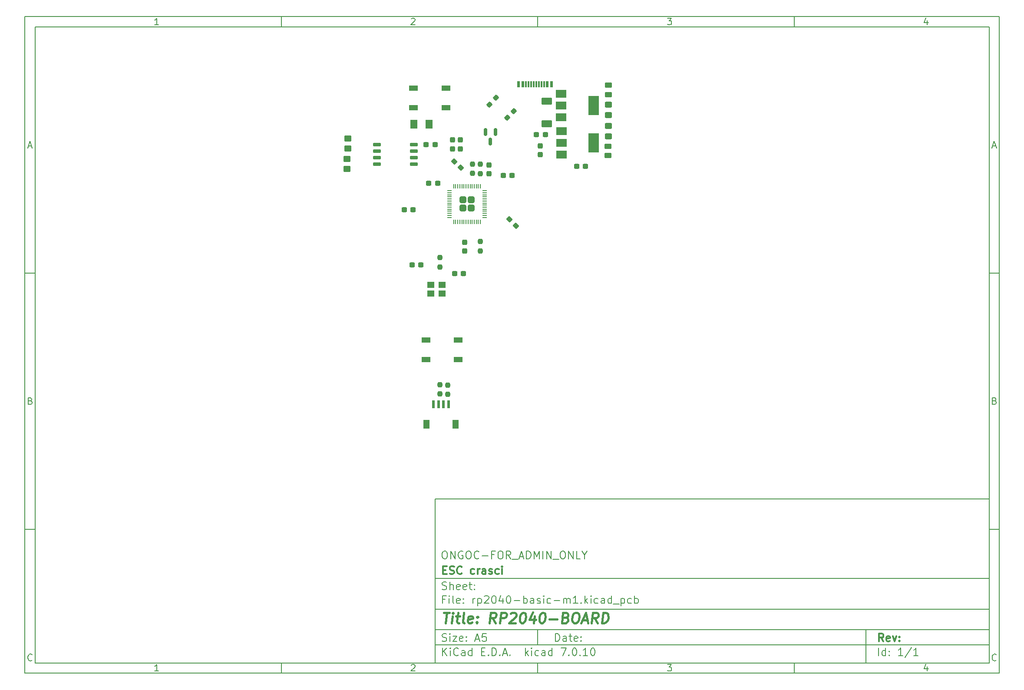
<source format=gbr>
%TF.GenerationSoftware,KiCad,Pcbnew,7.0.10*%
%TF.CreationDate,2024-01-28T16:32:00+05:30*%
%TF.ProjectId,rp2040-basic-m1,72703230-3430-42d6-9261-7369632d6d31,rev?*%
%TF.SameCoordinates,Original*%
%TF.FileFunction,Paste,Top*%
%TF.FilePolarity,Positive*%
%FSLAX46Y46*%
G04 Gerber Fmt 4.6, Leading zero omitted, Abs format (unit mm)*
G04 Created by KiCad (PCBNEW 7.0.10) date 2024-01-28 16:32:00*
%MOMM*%
%LPD*%
G01*
G04 APERTURE LIST*
G04 Aperture macros list*
%AMRoundRect*
0 Rectangle with rounded corners*
0 $1 Rounding radius*
0 $2 $3 $4 $5 $6 $7 $8 $9 X,Y pos of 4 corners*
0 Add a 4 corners polygon primitive as box body*
4,1,4,$2,$3,$4,$5,$6,$7,$8,$9,$2,$3,0*
0 Add four circle primitives for the rounded corners*
1,1,$1+$1,$2,$3*
1,1,$1+$1,$4,$5*
1,1,$1+$1,$6,$7*
1,1,$1+$1,$8,$9*
0 Add four rect primitives between the rounded corners*
20,1,$1+$1,$2,$3,$4,$5,0*
20,1,$1+$1,$4,$5,$6,$7,0*
20,1,$1+$1,$6,$7,$8,$9,0*
20,1,$1+$1,$8,$9,$2,$3,0*%
G04 Aperture macros list end*
%ADD10C,0.100000*%
%ADD11C,0.150000*%
%ADD12C,0.300000*%
%ADD13C,0.400000*%
%ADD14R,1.700000X1.000000*%
%ADD15RoundRect,0.237500X0.300000X0.237500X-0.300000X0.237500X-0.300000X-0.237500X0.300000X-0.237500X0*%
%ADD16R,2.000000X1.500000*%
%ADD17R,2.000000X3.800000*%
%ADD18RoundRect,0.250000X-0.450000X0.262500X-0.450000X-0.262500X0.450000X-0.262500X0.450000X0.262500X0*%
%ADD19RoundRect,0.250000X0.450000X-0.350000X0.450000X0.350000X-0.450000X0.350000X-0.450000X-0.350000X0*%
%ADD20RoundRect,0.237500X0.380070X-0.044194X-0.044194X0.380070X-0.380070X0.044194X0.044194X-0.380070X0*%
%ADD21RoundRect,0.237500X0.237500X-0.250000X0.237500X0.250000X-0.237500X0.250000X-0.237500X-0.250000X0*%
%ADD22RoundRect,0.237500X-0.300000X-0.237500X0.300000X-0.237500X0.300000X0.237500X-0.300000X0.237500X0*%
%ADD23RoundRect,0.150000X-0.150000X0.587500X-0.150000X-0.587500X0.150000X-0.587500X0.150000X0.587500X0*%
%ADD24R,1.400000X1.200000*%
%ADD25RoundRect,0.250001X-0.462499X-0.624999X0.462499X-0.624999X0.462499X0.624999X-0.462499X0.624999X0*%
%ADD26RoundRect,0.237500X0.237500X-0.300000X0.237500X0.300000X-0.237500X0.300000X-0.237500X-0.300000X0*%
%ADD27RoundRect,0.237500X-0.380070X0.044194X0.044194X-0.380070X0.380070X-0.044194X-0.044194X0.380070X0*%
%ADD28RoundRect,0.237500X-0.237500X0.250000X-0.237500X-0.250000X0.237500X-0.250000X0.237500X0.250000X0*%
%ADD29R,0.600000X1.550000*%
%ADD30R,1.200000X1.800000*%
%ADD31RoundRect,0.250000X0.450000X-0.325000X0.450000X0.325000X-0.450000X0.325000X-0.450000X-0.325000X0*%
%ADD32RoundRect,0.237500X0.008839X0.344715X-0.344715X-0.008839X-0.008839X-0.344715X0.344715X0.008839X0*%
%ADD33RoundRect,0.249999X-0.395001X-0.395001X0.395001X-0.395001X0.395001X0.395001X-0.395001X0.395001X0*%
%ADD34RoundRect,0.050000X-0.387500X-0.050000X0.387500X-0.050000X0.387500X0.050000X-0.387500X0.050000X0*%
%ADD35RoundRect,0.050000X-0.050000X-0.387500X0.050000X-0.387500X0.050000X0.387500X-0.050000X0.387500X0*%
%ADD36RoundRect,0.250000X-0.450000X0.350000X-0.450000X-0.350000X0.450000X-0.350000X0.450000X0.350000X0*%
%ADD37R,0.600000X1.240000*%
%ADD38R,0.300000X1.240000*%
%ADD39RoundRect,0.237500X-0.237500X0.300000X-0.237500X-0.300000X0.237500X-0.300000X0.237500X0.300000X0*%
%ADD40RoundRect,0.250000X-0.450000X0.325000X-0.450000X-0.325000X0.450000X-0.325000X0.450000X0.325000X0*%
%ADD41RoundRect,0.150000X-0.650000X-0.150000X0.650000X-0.150000X0.650000X0.150000X-0.650000X0.150000X0*%
%ADD42RoundRect,0.250000X0.800000X-0.450000X0.800000X0.450000X-0.800000X0.450000X-0.800000X-0.450000X0*%
G04 APERTURE END LIST*
D10*
D11*
X90007200Y-104005800D02*
X198007200Y-104005800D01*
X198007200Y-136005800D01*
X90007200Y-136005800D01*
X90007200Y-104005800D01*
D10*
D11*
X10000000Y-10000000D02*
X200007200Y-10000000D01*
X200007200Y-138005800D01*
X10000000Y-138005800D01*
X10000000Y-10000000D01*
D10*
D11*
X12000000Y-12000000D02*
X198007200Y-12000000D01*
X198007200Y-136005800D01*
X12000000Y-136005800D01*
X12000000Y-12000000D01*
D10*
D11*
X60000000Y-12000000D02*
X60000000Y-10000000D01*
D10*
D11*
X110000000Y-12000000D02*
X110000000Y-10000000D01*
D10*
D11*
X160000000Y-12000000D02*
X160000000Y-10000000D01*
D10*
D11*
X36089160Y-11593604D02*
X35346303Y-11593604D01*
X35717731Y-11593604D02*
X35717731Y-10293604D01*
X35717731Y-10293604D02*
X35593922Y-10479319D01*
X35593922Y-10479319D02*
X35470112Y-10603128D01*
X35470112Y-10603128D02*
X35346303Y-10665033D01*
D10*
D11*
X85346303Y-10417414D02*
X85408207Y-10355509D01*
X85408207Y-10355509D02*
X85532017Y-10293604D01*
X85532017Y-10293604D02*
X85841541Y-10293604D01*
X85841541Y-10293604D02*
X85965350Y-10355509D01*
X85965350Y-10355509D02*
X86027255Y-10417414D01*
X86027255Y-10417414D02*
X86089160Y-10541223D01*
X86089160Y-10541223D02*
X86089160Y-10665033D01*
X86089160Y-10665033D02*
X86027255Y-10850747D01*
X86027255Y-10850747D02*
X85284398Y-11593604D01*
X85284398Y-11593604D02*
X86089160Y-11593604D01*
D10*
D11*
X135284398Y-10293604D02*
X136089160Y-10293604D01*
X136089160Y-10293604D02*
X135655826Y-10788842D01*
X135655826Y-10788842D02*
X135841541Y-10788842D01*
X135841541Y-10788842D02*
X135965350Y-10850747D01*
X135965350Y-10850747D02*
X136027255Y-10912652D01*
X136027255Y-10912652D02*
X136089160Y-11036461D01*
X136089160Y-11036461D02*
X136089160Y-11345985D01*
X136089160Y-11345985D02*
X136027255Y-11469795D01*
X136027255Y-11469795D02*
X135965350Y-11531700D01*
X135965350Y-11531700D02*
X135841541Y-11593604D01*
X135841541Y-11593604D02*
X135470112Y-11593604D01*
X135470112Y-11593604D02*
X135346303Y-11531700D01*
X135346303Y-11531700D02*
X135284398Y-11469795D01*
D10*
D11*
X185965350Y-10726938D02*
X185965350Y-11593604D01*
X185655826Y-10231700D02*
X185346303Y-11160271D01*
X185346303Y-11160271D02*
X186151064Y-11160271D01*
D10*
D11*
X60000000Y-136005800D02*
X60000000Y-138005800D01*
D10*
D11*
X110000000Y-136005800D02*
X110000000Y-138005800D01*
D10*
D11*
X160000000Y-136005800D02*
X160000000Y-138005800D01*
D10*
D11*
X36089160Y-137599404D02*
X35346303Y-137599404D01*
X35717731Y-137599404D02*
X35717731Y-136299404D01*
X35717731Y-136299404D02*
X35593922Y-136485119D01*
X35593922Y-136485119D02*
X35470112Y-136608928D01*
X35470112Y-136608928D02*
X35346303Y-136670833D01*
D10*
D11*
X85346303Y-136423214D02*
X85408207Y-136361309D01*
X85408207Y-136361309D02*
X85532017Y-136299404D01*
X85532017Y-136299404D02*
X85841541Y-136299404D01*
X85841541Y-136299404D02*
X85965350Y-136361309D01*
X85965350Y-136361309D02*
X86027255Y-136423214D01*
X86027255Y-136423214D02*
X86089160Y-136547023D01*
X86089160Y-136547023D02*
X86089160Y-136670833D01*
X86089160Y-136670833D02*
X86027255Y-136856547D01*
X86027255Y-136856547D02*
X85284398Y-137599404D01*
X85284398Y-137599404D02*
X86089160Y-137599404D01*
D10*
D11*
X135284398Y-136299404D02*
X136089160Y-136299404D01*
X136089160Y-136299404D02*
X135655826Y-136794642D01*
X135655826Y-136794642D02*
X135841541Y-136794642D01*
X135841541Y-136794642D02*
X135965350Y-136856547D01*
X135965350Y-136856547D02*
X136027255Y-136918452D01*
X136027255Y-136918452D02*
X136089160Y-137042261D01*
X136089160Y-137042261D02*
X136089160Y-137351785D01*
X136089160Y-137351785D02*
X136027255Y-137475595D01*
X136027255Y-137475595D02*
X135965350Y-137537500D01*
X135965350Y-137537500D02*
X135841541Y-137599404D01*
X135841541Y-137599404D02*
X135470112Y-137599404D01*
X135470112Y-137599404D02*
X135346303Y-137537500D01*
X135346303Y-137537500D02*
X135284398Y-137475595D01*
D10*
D11*
X185965350Y-136732738D02*
X185965350Y-137599404D01*
X185655826Y-136237500D02*
X185346303Y-137166071D01*
X185346303Y-137166071D02*
X186151064Y-137166071D01*
D10*
D11*
X10000000Y-60000000D02*
X12000000Y-60000000D01*
D10*
D11*
X10000000Y-110000000D02*
X12000000Y-110000000D01*
D10*
D11*
X10690476Y-35222176D02*
X11309523Y-35222176D01*
X10566666Y-35593604D02*
X10999999Y-34293604D01*
X10999999Y-34293604D02*
X11433333Y-35593604D01*
D10*
D11*
X11092857Y-84912652D02*
X11278571Y-84974557D01*
X11278571Y-84974557D02*
X11340476Y-85036461D01*
X11340476Y-85036461D02*
X11402380Y-85160271D01*
X11402380Y-85160271D02*
X11402380Y-85345985D01*
X11402380Y-85345985D02*
X11340476Y-85469795D01*
X11340476Y-85469795D02*
X11278571Y-85531700D01*
X11278571Y-85531700D02*
X11154761Y-85593604D01*
X11154761Y-85593604D02*
X10659523Y-85593604D01*
X10659523Y-85593604D02*
X10659523Y-84293604D01*
X10659523Y-84293604D02*
X11092857Y-84293604D01*
X11092857Y-84293604D02*
X11216666Y-84355509D01*
X11216666Y-84355509D02*
X11278571Y-84417414D01*
X11278571Y-84417414D02*
X11340476Y-84541223D01*
X11340476Y-84541223D02*
X11340476Y-84665033D01*
X11340476Y-84665033D02*
X11278571Y-84788842D01*
X11278571Y-84788842D02*
X11216666Y-84850747D01*
X11216666Y-84850747D02*
X11092857Y-84912652D01*
X11092857Y-84912652D02*
X10659523Y-84912652D01*
D10*
D11*
X11402380Y-135469795D02*
X11340476Y-135531700D01*
X11340476Y-135531700D02*
X11154761Y-135593604D01*
X11154761Y-135593604D02*
X11030952Y-135593604D01*
X11030952Y-135593604D02*
X10845238Y-135531700D01*
X10845238Y-135531700D02*
X10721428Y-135407890D01*
X10721428Y-135407890D02*
X10659523Y-135284080D01*
X10659523Y-135284080D02*
X10597619Y-135036461D01*
X10597619Y-135036461D02*
X10597619Y-134850747D01*
X10597619Y-134850747D02*
X10659523Y-134603128D01*
X10659523Y-134603128D02*
X10721428Y-134479319D01*
X10721428Y-134479319D02*
X10845238Y-134355509D01*
X10845238Y-134355509D02*
X11030952Y-134293604D01*
X11030952Y-134293604D02*
X11154761Y-134293604D01*
X11154761Y-134293604D02*
X11340476Y-134355509D01*
X11340476Y-134355509D02*
X11402380Y-134417414D01*
D10*
D11*
X200007200Y-60000000D02*
X198007200Y-60000000D01*
D10*
D11*
X200007200Y-110000000D02*
X198007200Y-110000000D01*
D10*
D11*
X198697676Y-35222176D02*
X199316723Y-35222176D01*
X198573866Y-35593604D02*
X199007199Y-34293604D01*
X199007199Y-34293604D02*
X199440533Y-35593604D01*
D10*
D11*
X199100057Y-84912652D02*
X199285771Y-84974557D01*
X199285771Y-84974557D02*
X199347676Y-85036461D01*
X199347676Y-85036461D02*
X199409580Y-85160271D01*
X199409580Y-85160271D02*
X199409580Y-85345985D01*
X199409580Y-85345985D02*
X199347676Y-85469795D01*
X199347676Y-85469795D02*
X199285771Y-85531700D01*
X199285771Y-85531700D02*
X199161961Y-85593604D01*
X199161961Y-85593604D02*
X198666723Y-85593604D01*
X198666723Y-85593604D02*
X198666723Y-84293604D01*
X198666723Y-84293604D02*
X199100057Y-84293604D01*
X199100057Y-84293604D02*
X199223866Y-84355509D01*
X199223866Y-84355509D02*
X199285771Y-84417414D01*
X199285771Y-84417414D02*
X199347676Y-84541223D01*
X199347676Y-84541223D02*
X199347676Y-84665033D01*
X199347676Y-84665033D02*
X199285771Y-84788842D01*
X199285771Y-84788842D02*
X199223866Y-84850747D01*
X199223866Y-84850747D02*
X199100057Y-84912652D01*
X199100057Y-84912652D02*
X198666723Y-84912652D01*
D10*
D11*
X199409580Y-135469795D02*
X199347676Y-135531700D01*
X199347676Y-135531700D02*
X199161961Y-135593604D01*
X199161961Y-135593604D02*
X199038152Y-135593604D01*
X199038152Y-135593604D02*
X198852438Y-135531700D01*
X198852438Y-135531700D02*
X198728628Y-135407890D01*
X198728628Y-135407890D02*
X198666723Y-135284080D01*
X198666723Y-135284080D02*
X198604819Y-135036461D01*
X198604819Y-135036461D02*
X198604819Y-134850747D01*
X198604819Y-134850747D02*
X198666723Y-134603128D01*
X198666723Y-134603128D02*
X198728628Y-134479319D01*
X198728628Y-134479319D02*
X198852438Y-134355509D01*
X198852438Y-134355509D02*
X199038152Y-134293604D01*
X199038152Y-134293604D02*
X199161961Y-134293604D01*
X199161961Y-134293604D02*
X199347676Y-134355509D01*
X199347676Y-134355509D02*
X199409580Y-134417414D01*
D10*
D11*
X113463026Y-131791928D02*
X113463026Y-130291928D01*
X113463026Y-130291928D02*
X113820169Y-130291928D01*
X113820169Y-130291928D02*
X114034455Y-130363357D01*
X114034455Y-130363357D02*
X114177312Y-130506214D01*
X114177312Y-130506214D02*
X114248741Y-130649071D01*
X114248741Y-130649071D02*
X114320169Y-130934785D01*
X114320169Y-130934785D02*
X114320169Y-131149071D01*
X114320169Y-131149071D02*
X114248741Y-131434785D01*
X114248741Y-131434785D02*
X114177312Y-131577642D01*
X114177312Y-131577642D02*
X114034455Y-131720500D01*
X114034455Y-131720500D02*
X113820169Y-131791928D01*
X113820169Y-131791928D02*
X113463026Y-131791928D01*
X115605884Y-131791928D02*
X115605884Y-131006214D01*
X115605884Y-131006214D02*
X115534455Y-130863357D01*
X115534455Y-130863357D02*
X115391598Y-130791928D01*
X115391598Y-130791928D02*
X115105884Y-130791928D01*
X115105884Y-130791928D02*
X114963026Y-130863357D01*
X115605884Y-131720500D02*
X115463026Y-131791928D01*
X115463026Y-131791928D02*
X115105884Y-131791928D01*
X115105884Y-131791928D02*
X114963026Y-131720500D01*
X114963026Y-131720500D02*
X114891598Y-131577642D01*
X114891598Y-131577642D02*
X114891598Y-131434785D01*
X114891598Y-131434785D02*
X114963026Y-131291928D01*
X114963026Y-131291928D02*
X115105884Y-131220500D01*
X115105884Y-131220500D02*
X115463026Y-131220500D01*
X115463026Y-131220500D02*
X115605884Y-131149071D01*
X116105884Y-130791928D02*
X116677312Y-130791928D01*
X116320169Y-130291928D02*
X116320169Y-131577642D01*
X116320169Y-131577642D02*
X116391598Y-131720500D01*
X116391598Y-131720500D02*
X116534455Y-131791928D01*
X116534455Y-131791928D02*
X116677312Y-131791928D01*
X117748741Y-131720500D02*
X117605884Y-131791928D01*
X117605884Y-131791928D02*
X117320170Y-131791928D01*
X117320170Y-131791928D02*
X117177312Y-131720500D01*
X117177312Y-131720500D02*
X117105884Y-131577642D01*
X117105884Y-131577642D02*
X117105884Y-131006214D01*
X117105884Y-131006214D02*
X117177312Y-130863357D01*
X117177312Y-130863357D02*
X117320170Y-130791928D01*
X117320170Y-130791928D02*
X117605884Y-130791928D01*
X117605884Y-130791928D02*
X117748741Y-130863357D01*
X117748741Y-130863357D02*
X117820170Y-131006214D01*
X117820170Y-131006214D02*
X117820170Y-131149071D01*
X117820170Y-131149071D02*
X117105884Y-131291928D01*
X118463026Y-131649071D02*
X118534455Y-131720500D01*
X118534455Y-131720500D02*
X118463026Y-131791928D01*
X118463026Y-131791928D02*
X118391598Y-131720500D01*
X118391598Y-131720500D02*
X118463026Y-131649071D01*
X118463026Y-131649071D02*
X118463026Y-131791928D01*
X118463026Y-130863357D02*
X118534455Y-130934785D01*
X118534455Y-130934785D02*
X118463026Y-131006214D01*
X118463026Y-131006214D02*
X118391598Y-130934785D01*
X118391598Y-130934785D02*
X118463026Y-130863357D01*
X118463026Y-130863357D02*
X118463026Y-131006214D01*
D10*
D11*
X90007200Y-132505800D02*
X198007200Y-132505800D01*
D10*
D11*
X91463026Y-134591928D02*
X91463026Y-133091928D01*
X92320169Y-134591928D02*
X91677312Y-133734785D01*
X92320169Y-133091928D02*
X91463026Y-133949071D01*
X92963026Y-134591928D02*
X92963026Y-133591928D01*
X92963026Y-133091928D02*
X92891598Y-133163357D01*
X92891598Y-133163357D02*
X92963026Y-133234785D01*
X92963026Y-133234785D02*
X93034455Y-133163357D01*
X93034455Y-133163357D02*
X92963026Y-133091928D01*
X92963026Y-133091928D02*
X92963026Y-133234785D01*
X94534455Y-134449071D02*
X94463027Y-134520500D01*
X94463027Y-134520500D02*
X94248741Y-134591928D01*
X94248741Y-134591928D02*
X94105884Y-134591928D01*
X94105884Y-134591928D02*
X93891598Y-134520500D01*
X93891598Y-134520500D02*
X93748741Y-134377642D01*
X93748741Y-134377642D02*
X93677312Y-134234785D01*
X93677312Y-134234785D02*
X93605884Y-133949071D01*
X93605884Y-133949071D02*
X93605884Y-133734785D01*
X93605884Y-133734785D02*
X93677312Y-133449071D01*
X93677312Y-133449071D02*
X93748741Y-133306214D01*
X93748741Y-133306214D02*
X93891598Y-133163357D01*
X93891598Y-133163357D02*
X94105884Y-133091928D01*
X94105884Y-133091928D02*
X94248741Y-133091928D01*
X94248741Y-133091928D02*
X94463027Y-133163357D01*
X94463027Y-133163357D02*
X94534455Y-133234785D01*
X95820170Y-134591928D02*
X95820170Y-133806214D01*
X95820170Y-133806214D02*
X95748741Y-133663357D01*
X95748741Y-133663357D02*
X95605884Y-133591928D01*
X95605884Y-133591928D02*
X95320170Y-133591928D01*
X95320170Y-133591928D02*
X95177312Y-133663357D01*
X95820170Y-134520500D02*
X95677312Y-134591928D01*
X95677312Y-134591928D02*
X95320170Y-134591928D01*
X95320170Y-134591928D02*
X95177312Y-134520500D01*
X95177312Y-134520500D02*
X95105884Y-134377642D01*
X95105884Y-134377642D02*
X95105884Y-134234785D01*
X95105884Y-134234785D02*
X95177312Y-134091928D01*
X95177312Y-134091928D02*
X95320170Y-134020500D01*
X95320170Y-134020500D02*
X95677312Y-134020500D01*
X95677312Y-134020500D02*
X95820170Y-133949071D01*
X97177313Y-134591928D02*
X97177313Y-133091928D01*
X97177313Y-134520500D02*
X97034455Y-134591928D01*
X97034455Y-134591928D02*
X96748741Y-134591928D01*
X96748741Y-134591928D02*
X96605884Y-134520500D01*
X96605884Y-134520500D02*
X96534455Y-134449071D01*
X96534455Y-134449071D02*
X96463027Y-134306214D01*
X96463027Y-134306214D02*
X96463027Y-133877642D01*
X96463027Y-133877642D02*
X96534455Y-133734785D01*
X96534455Y-133734785D02*
X96605884Y-133663357D01*
X96605884Y-133663357D02*
X96748741Y-133591928D01*
X96748741Y-133591928D02*
X97034455Y-133591928D01*
X97034455Y-133591928D02*
X97177313Y-133663357D01*
X99034455Y-133806214D02*
X99534455Y-133806214D01*
X99748741Y-134591928D02*
X99034455Y-134591928D01*
X99034455Y-134591928D02*
X99034455Y-133091928D01*
X99034455Y-133091928D02*
X99748741Y-133091928D01*
X100391598Y-134449071D02*
X100463027Y-134520500D01*
X100463027Y-134520500D02*
X100391598Y-134591928D01*
X100391598Y-134591928D02*
X100320170Y-134520500D01*
X100320170Y-134520500D02*
X100391598Y-134449071D01*
X100391598Y-134449071D02*
X100391598Y-134591928D01*
X101105884Y-134591928D02*
X101105884Y-133091928D01*
X101105884Y-133091928D02*
X101463027Y-133091928D01*
X101463027Y-133091928D02*
X101677313Y-133163357D01*
X101677313Y-133163357D02*
X101820170Y-133306214D01*
X101820170Y-133306214D02*
X101891599Y-133449071D01*
X101891599Y-133449071D02*
X101963027Y-133734785D01*
X101963027Y-133734785D02*
X101963027Y-133949071D01*
X101963027Y-133949071D02*
X101891599Y-134234785D01*
X101891599Y-134234785D02*
X101820170Y-134377642D01*
X101820170Y-134377642D02*
X101677313Y-134520500D01*
X101677313Y-134520500D02*
X101463027Y-134591928D01*
X101463027Y-134591928D02*
X101105884Y-134591928D01*
X102605884Y-134449071D02*
X102677313Y-134520500D01*
X102677313Y-134520500D02*
X102605884Y-134591928D01*
X102605884Y-134591928D02*
X102534456Y-134520500D01*
X102534456Y-134520500D02*
X102605884Y-134449071D01*
X102605884Y-134449071D02*
X102605884Y-134591928D01*
X103248742Y-134163357D02*
X103963028Y-134163357D01*
X103105885Y-134591928D02*
X103605885Y-133091928D01*
X103605885Y-133091928D02*
X104105885Y-134591928D01*
X104605884Y-134449071D02*
X104677313Y-134520500D01*
X104677313Y-134520500D02*
X104605884Y-134591928D01*
X104605884Y-134591928D02*
X104534456Y-134520500D01*
X104534456Y-134520500D02*
X104605884Y-134449071D01*
X104605884Y-134449071D02*
X104605884Y-134591928D01*
X107605884Y-134591928D02*
X107605884Y-133091928D01*
X107748742Y-134020500D02*
X108177313Y-134591928D01*
X108177313Y-133591928D02*
X107605884Y-134163357D01*
X108820170Y-134591928D02*
X108820170Y-133591928D01*
X108820170Y-133091928D02*
X108748742Y-133163357D01*
X108748742Y-133163357D02*
X108820170Y-133234785D01*
X108820170Y-133234785D02*
X108891599Y-133163357D01*
X108891599Y-133163357D02*
X108820170Y-133091928D01*
X108820170Y-133091928D02*
X108820170Y-133234785D01*
X110177314Y-134520500D02*
X110034456Y-134591928D01*
X110034456Y-134591928D02*
X109748742Y-134591928D01*
X109748742Y-134591928D02*
X109605885Y-134520500D01*
X109605885Y-134520500D02*
X109534456Y-134449071D01*
X109534456Y-134449071D02*
X109463028Y-134306214D01*
X109463028Y-134306214D02*
X109463028Y-133877642D01*
X109463028Y-133877642D02*
X109534456Y-133734785D01*
X109534456Y-133734785D02*
X109605885Y-133663357D01*
X109605885Y-133663357D02*
X109748742Y-133591928D01*
X109748742Y-133591928D02*
X110034456Y-133591928D01*
X110034456Y-133591928D02*
X110177314Y-133663357D01*
X111463028Y-134591928D02*
X111463028Y-133806214D01*
X111463028Y-133806214D02*
X111391599Y-133663357D01*
X111391599Y-133663357D02*
X111248742Y-133591928D01*
X111248742Y-133591928D02*
X110963028Y-133591928D01*
X110963028Y-133591928D02*
X110820170Y-133663357D01*
X111463028Y-134520500D02*
X111320170Y-134591928D01*
X111320170Y-134591928D02*
X110963028Y-134591928D01*
X110963028Y-134591928D02*
X110820170Y-134520500D01*
X110820170Y-134520500D02*
X110748742Y-134377642D01*
X110748742Y-134377642D02*
X110748742Y-134234785D01*
X110748742Y-134234785D02*
X110820170Y-134091928D01*
X110820170Y-134091928D02*
X110963028Y-134020500D01*
X110963028Y-134020500D02*
X111320170Y-134020500D01*
X111320170Y-134020500D02*
X111463028Y-133949071D01*
X112820171Y-134591928D02*
X112820171Y-133091928D01*
X112820171Y-134520500D02*
X112677313Y-134591928D01*
X112677313Y-134591928D02*
X112391599Y-134591928D01*
X112391599Y-134591928D02*
X112248742Y-134520500D01*
X112248742Y-134520500D02*
X112177313Y-134449071D01*
X112177313Y-134449071D02*
X112105885Y-134306214D01*
X112105885Y-134306214D02*
X112105885Y-133877642D01*
X112105885Y-133877642D02*
X112177313Y-133734785D01*
X112177313Y-133734785D02*
X112248742Y-133663357D01*
X112248742Y-133663357D02*
X112391599Y-133591928D01*
X112391599Y-133591928D02*
X112677313Y-133591928D01*
X112677313Y-133591928D02*
X112820171Y-133663357D01*
X114534456Y-133091928D02*
X115534456Y-133091928D01*
X115534456Y-133091928D02*
X114891599Y-134591928D01*
X116105884Y-134449071D02*
X116177313Y-134520500D01*
X116177313Y-134520500D02*
X116105884Y-134591928D01*
X116105884Y-134591928D02*
X116034456Y-134520500D01*
X116034456Y-134520500D02*
X116105884Y-134449071D01*
X116105884Y-134449071D02*
X116105884Y-134591928D01*
X117105885Y-133091928D02*
X117248742Y-133091928D01*
X117248742Y-133091928D02*
X117391599Y-133163357D01*
X117391599Y-133163357D02*
X117463028Y-133234785D01*
X117463028Y-133234785D02*
X117534456Y-133377642D01*
X117534456Y-133377642D02*
X117605885Y-133663357D01*
X117605885Y-133663357D02*
X117605885Y-134020500D01*
X117605885Y-134020500D02*
X117534456Y-134306214D01*
X117534456Y-134306214D02*
X117463028Y-134449071D01*
X117463028Y-134449071D02*
X117391599Y-134520500D01*
X117391599Y-134520500D02*
X117248742Y-134591928D01*
X117248742Y-134591928D02*
X117105885Y-134591928D01*
X117105885Y-134591928D02*
X116963028Y-134520500D01*
X116963028Y-134520500D02*
X116891599Y-134449071D01*
X116891599Y-134449071D02*
X116820170Y-134306214D01*
X116820170Y-134306214D02*
X116748742Y-134020500D01*
X116748742Y-134020500D02*
X116748742Y-133663357D01*
X116748742Y-133663357D02*
X116820170Y-133377642D01*
X116820170Y-133377642D02*
X116891599Y-133234785D01*
X116891599Y-133234785D02*
X116963028Y-133163357D01*
X116963028Y-133163357D02*
X117105885Y-133091928D01*
X118248741Y-134449071D02*
X118320170Y-134520500D01*
X118320170Y-134520500D02*
X118248741Y-134591928D01*
X118248741Y-134591928D02*
X118177313Y-134520500D01*
X118177313Y-134520500D02*
X118248741Y-134449071D01*
X118248741Y-134449071D02*
X118248741Y-134591928D01*
X119748742Y-134591928D02*
X118891599Y-134591928D01*
X119320170Y-134591928D02*
X119320170Y-133091928D01*
X119320170Y-133091928D02*
X119177313Y-133306214D01*
X119177313Y-133306214D02*
X119034456Y-133449071D01*
X119034456Y-133449071D02*
X118891599Y-133520500D01*
X120677313Y-133091928D02*
X120820170Y-133091928D01*
X120820170Y-133091928D02*
X120963027Y-133163357D01*
X120963027Y-133163357D02*
X121034456Y-133234785D01*
X121034456Y-133234785D02*
X121105884Y-133377642D01*
X121105884Y-133377642D02*
X121177313Y-133663357D01*
X121177313Y-133663357D02*
X121177313Y-134020500D01*
X121177313Y-134020500D02*
X121105884Y-134306214D01*
X121105884Y-134306214D02*
X121034456Y-134449071D01*
X121034456Y-134449071D02*
X120963027Y-134520500D01*
X120963027Y-134520500D02*
X120820170Y-134591928D01*
X120820170Y-134591928D02*
X120677313Y-134591928D01*
X120677313Y-134591928D02*
X120534456Y-134520500D01*
X120534456Y-134520500D02*
X120463027Y-134449071D01*
X120463027Y-134449071D02*
X120391598Y-134306214D01*
X120391598Y-134306214D02*
X120320170Y-134020500D01*
X120320170Y-134020500D02*
X120320170Y-133663357D01*
X120320170Y-133663357D02*
X120391598Y-133377642D01*
X120391598Y-133377642D02*
X120463027Y-133234785D01*
X120463027Y-133234785D02*
X120534456Y-133163357D01*
X120534456Y-133163357D02*
X120677313Y-133091928D01*
D10*
D11*
X90007200Y-129505800D02*
X198007200Y-129505800D01*
D10*
D12*
X177418853Y-131784128D02*
X176918853Y-131069842D01*
X176561710Y-131784128D02*
X176561710Y-130284128D01*
X176561710Y-130284128D02*
X177133139Y-130284128D01*
X177133139Y-130284128D02*
X177275996Y-130355557D01*
X177275996Y-130355557D02*
X177347425Y-130426985D01*
X177347425Y-130426985D02*
X177418853Y-130569842D01*
X177418853Y-130569842D02*
X177418853Y-130784128D01*
X177418853Y-130784128D02*
X177347425Y-130926985D01*
X177347425Y-130926985D02*
X177275996Y-130998414D01*
X177275996Y-130998414D02*
X177133139Y-131069842D01*
X177133139Y-131069842D02*
X176561710Y-131069842D01*
X178633139Y-131712700D02*
X178490282Y-131784128D01*
X178490282Y-131784128D02*
X178204568Y-131784128D01*
X178204568Y-131784128D02*
X178061710Y-131712700D01*
X178061710Y-131712700D02*
X177990282Y-131569842D01*
X177990282Y-131569842D02*
X177990282Y-130998414D01*
X177990282Y-130998414D02*
X178061710Y-130855557D01*
X178061710Y-130855557D02*
X178204568Y-130784128D01*
X178204568Y-130784128D02*
X178490282Y-130784128D01*
X178490282Y-130784128D02*
X178633139Y-130855557D01*
X178633139Y-130855557D02*
X178704568Y-130998414D01*
X178704568Y-130998414D02*
X178704568Y-131141271D01*
X178704568Y-131141271D02*
X177990282Y-131284128D01*
X179204567Y-130784128D02*
X179561710Y-131784128D01*
X179561710Y-131784128D02*
X179918853Y-130784128D01*
X180490281Y-131641271D02*
X180561710Y-131712700D01*
X180561710Y-131712700D02*
X180490281Y-131784128D01*
X180490281Y-131784128D02*
X180418853Y-131712700D01*
X180418853Y-131712700D02*
X180490281Y-131641271D01*
X180490281Y-131641271D02*
X180490281Y-131784128D01*
X180490281Y-130855557D02*
X180561710Y-130926985D01*
X180561710Y-130926985D02*
X180490281Y-130998414D01*
X180490281Y-130998414D02*
X180418853Y-130926985D01*
X180418853Y-130926985D02*
X180490281Y-130855557D01*
X180490281Y-130855557D02*
X180490281Y-130998414D01*
D10*
D11*
X91391598Y-131720500D02*
X91605884Y-131791928D01*
X91605884Y-131791928D02*
X91963026Y-131791928D01*
X91963026Y-131791928D02*
X92105884Y-131720500D01*
X92105884Y-131720500D02*
X92177312Y-131649071D01*
X92177312Y-131649071D02*
X92248741Y-131506214D01*
X92248741Y-131506214D02*
X92248741Y-131363357D01*
X92248741Y-131363357D02*
X92177312Y-131220500D01*
X92177312Y-131220500D02*
X92105884Y-131149071D01*
X92105884Y-131149071D02*
X91963026Y-131077642D01*
X91963026Y-131077642D02*
X91677312Y-131006214D01*
X91677312Y-131006214D02*
X91534455Y-130934785D01*
X91534455Y-130934785D02*
X91463026Y-130863357D01*
X91463026Y-130863357D02*
X91391598Y-130720500D01*
X91391598Y-130720500D02*
X91391598Y-130577642D01*
X91391598Y-130577642D02*
X91463026Y-130434785D01*
X91463026Y-130434785D02*
X91534455Y-130363357D01*
X91534455Y-130363357D02*
X91677312Y-130291928D01*
X91677312Y-130291928D02*
X92034455Y-130291928D01*
X92034455Y-130291928D02*
X92248741Y-130363357D01*
X92891597Y-131791928D02*
X92891597Y-130791928D01*
X92891597Y-130291928D02*
X92820169Y-130363357D01*
X92820169Y-130363357D02*
X92891597Y-130434785D01*
X92891597Y-130434785D02*
X92963026Y-130363357D01*
X92963026Y-130363357D02*
X92891597Y-130291928D01*
X92891597Y-130291928D02*
X92891597Y-130434785D01*
X93463026Y-130791928D02*
X94248741Y-130791928D01*
X94248741Y-130791928D02*
X93463026Y-131791928D01*
X93463026Y-131791928D02*
X94248741Y-131791928D01*
X95391598Y-131720500D02*
X95248741Y-131791928D01*
X95248741Y-131791928D02*
X94963027Y-131791928D01*
X94963027Y-131791928D02*
X94820169Y-131720500D01*
X94820169Y-131720500D02*
X94748741Y-131577642D01*
X94748741Y-131577642D02*
X94748741Y-131006214D01*
X94748741Y-131006214D02*
X94820169Y-130863357D01*
X94820169Y-130863357D02*
X94963027Y-130791928D01*
X94963027Y-130791928D02*
X95248741Y-130791928D01*
X95248741Y-130791928D02*
X95391598Y-130863357D01*
X95391598Y-130863357D02*
X95463027Y-131006214D01*
X95463027Y-131006214D02*
X95463027Y-131149071D01*
X95463027Y-131149071D02*
X94748741Y-131291928D01*
X96105883Y-131649071D02*
X96177312Y-131720500D01*
X96177312Y-131720500D02*
X96105883Y-131791928D01*
X96105883Y-131791928D02*
X96034455Y-131720500D01*
X96034455Y-131720500D02*
X96105883Y-131649071D01*
X96105883Y-131649071D02*
X96105883Y-131791928D01*
X96105883Y-130863357D02*
X96177312Y-130934785D01*
X96177312Y-130934785D02*
X96105883Y-131006214D01*
X96105883Y-131006214D02*
X96034455Y-130934785D01*
X96034455Y-130934785D02*
X96105883Y-130863357D01*
X96105883Y-130863357D02*
X96105883Y-131006214D01*
X97891598Y-131363357D02*
X98605884Y-131363357D01*
X97748741Y-131791928D02*
X98248741Y-130291928D01*
X98248741Y-130291928D02*
X98748741Y-131791928D01*
X99963026Y-130291928D02*
X99248740Y-130291928D01*
X99248740Y-130291928D02*
X99177312Y-131006214D01*
X99177312Y-131006214D02*
X99248740Y-130934785D01*
X99248740Y-130934785D02*
X99391598Y-130863357D01*
X99391598Y-130863357D02*
X99748740Y-130863357D01*
X99748740Y-130863357D02*
X99891598Y-130934785D01*
X99891598Y-130934785D02*
X99963026Y-131006214D01*
X99963026Y-131006214D02*
X100034455Y-131149071D01*
X100034455Y-131149071D02*
X100034455Y-131506214D01*
X100034455Y-131506214D02*
X99963026Y-131649071D01*
X99963026Y-131649071D02*
X99891598Y-131720500D01*
X99891598Y-131720500D02*
X99748740Y-131791928D01*
X99748740Y-131791928D02*
X99391598Y-131791928D01*
X99391598Y-131791928D02*
X99248740Y-131720500D01*
X99248740Y-131720500D02*
X99177312Y-131649071D01*
D10*
D11*
X176463026Y-134591928D02*
X176463026Y-133091928D01*
X177820170Y-134591928D02*
X177820170Y-133091928D01*
X177820170Y-134520500D02*
X177677312Y-134591928D01*
X177677312Y-134591928D02*
X177391598Y-134591928D01*
X177391598Y-134591928D02*
X177248741Y-134520500D01*
X177248741Y-134520500D02*
X177177312Y-134449071D01*
X177177312Y-134449071D02*
X177105884Y-134306214D01*
X177105884Y-134306214D02*
X177105884Y-133877642D01*
X177105884Y-133877642D02*
X177177312Y-133734785D01*
X177177312Y-133734785D02*
X177248741Y-133663357D01*
X177248741Y-133663357D02*
X177391598Y-133591928D01*
X177391598Y-133591928D02*
X177677312Y-133591928D01*
X177677312Y-133591928D02*
X177820170Y-133663357D01*
X178534455Y-134449071D02*
X178605884Y-134520500D01*
X178605884Y-134520500D02*
X178534455Y-134591928D01*
X178534455Y-134591928D02*
X178463027Y-134520500D01*
X178463027Y-134520500D02*
X178534455Y-134449071D01*
X178534455Y-134449071D02*
X178534455Y-134591928D01*
X178534455Y-133663357D02*
X178605884Y-133734785D01*
X178605884Y-133734785D02*
X178534455Y-133806214D01*
X178534455Y-133806214D02*
X178463027Y-133734785D01*
X178463027Y-133734785D02*
X178534455Y-133663357D01*
X178534455Y-133663357D02*
X178534455Y-133806214D01*
X181177313Y-134591928D02*
X180320170Y-134591928D01*
X180748741Y-134591928D02*
X180748741Y-133091928D01*
X180748741Y-133091928D02*
X180605884Y-133306214D01*
X180605884Y-133306214D02*
X180463027Y-133449071D01*
X180463027Y-133449071D02*
X180320170Y-133520500D01*
X182891598Y-133020500D02*
X181605884Y-134949071D01*
X184177313Y-134591928D02*
X183320170Y-134591928D01*
X183748741Y-134591928D02*
X183748741Y-133091928D01*
X183748741Y-133091928D02*
X183605884Y-133306214D01*
X183605884Y-133306214D02*
X183463027Y-133449071D01*
X183463027Y-133449071D02*
X183320170Y-133520500D01*
D10*
D11*
X90007200Y-125505800D02*
X198007200Y-125505800D01*
D10*
D13*
X91698928Y-126210238D02*
X92841785Y-126210238D01*
X92020357Y-128210238D02*
X92270357Y-126210238D01*
X93258452Y-128210238D02*
X93425119Y-126876904D01*
X93508452Y-126210238D02*
X93401309Y-126305476D01*
X93401309Y-126305476D02*
X93484643Y-126400714D01*
X93484643Y-126400714D02*
X93591786Y-126305476D01*
X93591786Y-126305476D02*
X93508452Y-126210238D01*
X93508452Y-126210238D02*
X93484643Y-126400714D01*
X94091786Y-126876904D02*
X94853690Y-126876904D01*
X94460833Y-126210238D02*
X94246548Y-127924523D01*
X94246548Y-127924523D02*
X94317976Y-128115000D01*
X94317976Y-128115000D02*
X94496548Y-128210238D01*
X94496548Y-128210238D02*
X94687024Y-128210238D01*
X95639405Y-128210238D02*
X95460833Y-128115000D01*
X95460833Y-128115000D02*
X95389405Y-127924523D01*
X95389405Y-127924523D02*
X95603690Y-126210238D01*
X97175119Y-128115000D02*
X96972738Y-128210238D01*
X96972738Y-128210238D02*
X96591785Y-128210238D01*
X96591785Y-128210238D02*
X96413214Y-128115000D01*
X96413214Y-128115000D02*
X96341785Y-127924523D01*
X96341785Y-127924523D02*
X96437024Y-127162619D01*
X96437024Y-127162619D02*
X96556071Y-126972142D01*
X96556071Y-126972142D02*
X96758452Y-126876904D01*
X96758452Y-126876904D02*
X97139404Y-126876904D01*
X97139404Y-126876904D02*
X97317976Y-126972142D01*
X97317976Y-126972142D02*
X97389404Y-127162619D01*
X97389404Y-127162619D02*
X97365595Y-127353095D01*
X97365595Y-127353095D02*
X96389404Y-127543571D01*
X98139405Y-128019761D02*
X98222738Y-128115000D01*
X98222738Y-128115000D02*
X98115595Y-128210238D01*
X98115595Y-128210238D02*
X98032262Y-128115000D01*
X98032262Y-128115000D02*
X98139405Y-128019761D01*
X98139405Y-128019761D02*
X98115595Y-128210238D01*
X98270357Y-126972142D02*
X98353690Y-127067380D01*
X98353690Y-127067380D02*
X98246548Y-127162619D01*
X98246548Y-127162619D02*
X98163214Y-127067380D01*
X98163214Y-127067380D02*
X98270357Y-126972142D01*
X98270357Y-126972142D02*
X98246548Y-127162619D01*
X101734643Y-128210238D02*
X101187024Y-127257857D01*
X100591786Y-128210238D02*
X100841786Y-126210238D01*
X100841786Y-126210238D02*
X101603691Y-126210238D01*
X101603691Y-126210238D02*
X101782262Y-126305476D01*
X101782262Y-126305476D02*
X101865596Y-126400714D01*
X101865596Y-126400714D02*
X101937024Y-126591190D01*
X101937024Y-126591190D02*
X101901310Y-126876904D01*
X101901310Y-126876904D02*
X101782262Y-127067380D01*
X101782262Y-127067380D02*
X101675120Y-127162619D01*
X101675120Y-127162619D02*
X101472739Y-127257857D01*
X101472739Y-127257857D02*
X100710834Y-127257857D01*
X102591786Y-128210238D02*
X102841786Y-126210238D01*
X102841786Y-126210238D02*
X103603691Y-126210238D01*
X103603691Y-126210238D02*
X103782262Y-126305476D01*
X103782262Y-126305476D02*
X103865596Y-126400714D01*
X103865596Y-126400714D02*
X103937024Y-126591190D01*
X103937024Y-126591190D02*
X103901310Y-126876904D01*
X103901310Y-126876904D02*
X103782262Y-127067380D01*
X103782262Y-127067380D02*
X103675120Y-127162619D01*
X103675120Y-127162619D02*
X103472739Y-127257857D01*
X103472739Y-127257857D02*
X102710834Y-127257857D01*
X104722739Y-126400714D02*
X104829881Y-126305476D01*
X104829881Y-126305476D02*
X105032262Y-126210238D01*
X105032262Y-126210238D02*
X105508453Y-126210238D01*
X105508453Y-126210238D02*
X105687024Y-126305476D01*
X105687024Y-126305476D02*
X105770358Y-126400714D01*
X105770358Y-126400714D02*
X105841786Y-126591190D01*
X105841786Y-126591190D02*
X105817977Y-126781666D01*
X105817977Y-126781666D02*
X105687024Y-127067380D01*
X105687024Y-127067380D02*
X104401310Y-128210238D01*
X104401310Y-128210238D02*
X105639405Y-128210238D01*
X107127501Y-126210238D02*
X107317977Y-126210238D01*
X107317977Y-126210238D02*
X107496548Y-126305476D01*
X107496548Y-126305476D02*
X107579882Y-126400714D01*
X107579882Y-126400714D02*
X107651310Y-126591190D01*
X107651310Y-126591190D02*
X107698929Y-126972142D01*
X107698929Y-126972142D02*
X107639405Y-127448333D01*
X107639405Y-127448333D02*
X107496548Y-127829285D01*
X107496548Y-127829285D02*
X107377501Y-128019761D01*
X107377501Y-128019761D02*
X107270358Y-128115000D01*
X107270358Y-128115000D02*
X107067977Y-128210238D01*
X107067977Y-128210238D02*
X106877501Y-128210238D01*
X106877501Y-128210238D02*
X106698929Y-128115000D01*
X106698929Y-128115000D02*
X106615596Y-128019761D01*
X106615596Y-128019761D02*
X106544167Y-127829285D01*
X106544167Y-127829285D02*
X106496548Y-127448333D01*
X106496548Y-127448333D02*
X106556072Y-126972142D01*
X106556072Y-126972142D02*
X106698929Y-126591190D01*
X106698929Y-126591190D02*
X106817977Y-126400714D01*
X106817977Y-126400714D02*
X106925120Y-126305476D01*
X106925120Y-126305476D02*
X107127501Y-126210238D01*
X109425120Y-126876904D02*
X109258453Y-128210238D01*
X109044167Y-126115000D02*
X108389405Y-127543571D01*
X108389405Y-127543571D02*
X109627501Y-127543571D01*
X110937025Y-126210238D02*
X111127501Y-126210238D01*
X111127501Y-126210238D02*
X111306072Y-126305476D01*
X111306072Y-126305476D02*
X111389406Y-126400714D01*
X111389406Y-126400714D02*
X111460834Y-126591190D01*
X111460834Y-126591190D02*
X111508453Y-126972142D01*
X111508453Y-126972142D02*
X111448929Y-127448333D01*
X111448929Y-127448333D02*
X111306072Y-127829285D01*
X111306072Y-127829285D02*
X111187025Y-128019761D01*
X111187025Y-128019761D02*
X111079882Y-128115000D01*
X111079882Y-128115000D02*
X110877501Y-128210238D01*
X110877501Y-128210238D02*
X110687025Y-128210238D01*
X110687025Y-128210238D02*
X110508453Y-128115000D01*
X110508453Y-128115000D02*
X110425120Y-128019761D01*
X110425120Y-128019761D02*
X110353691Y-127829285D01*
X110353691Y-127829285D02*
X110306072Y-127448333D01*
X110306072Y-127448333D02*
X110365596Y-126972142D01*
X110365596Y-126972142D02*
X110508453Y-126591190D01*
X110508453Y-126591190D02*
X110627501Y-126400714D01*
X110627501Y-126400714D02*
X110734644Y-126305476D01*
X110734644Y-126305476D02*
X110937025Y-126210238D01*
X112306072Y-127448333D02*
X113829882Y-127448333D01*
X115484643Y-127162619D02*
X115758453Y-127257857D01*
X115758453Y-127257857D02*
X115841786Y-127353095D01*
X115841786Y-127353095D02*
X115913215Y-127543571D01*
X115913215Y-127543571D02*
X115877500Y-127829285D01*
X115877500Y-127829285D02*
X115758453Y-128019761D01*
X115758453Y-128019761D02*
X115651310Y-128115000D01*
X115651310Y-128115000D02*
X115448929Y-128210238D01*
X115448929Y-128210238D02*
X114687024Y-128210238D01*
X114687024Y-128210238D02*
X114937024Y-126210238D01*
X114937024Y-126210238D02*
X115603691Y-126210238D01*
X115603691Y-126210238D02*
X115782262Y-126305476D01*
X115782262Y-126305476D02*
X115865596Y-126400714D01*
X115865596Y-126400714D02*
X115937024Y-126591190D01*
X115937024Y-126591190D02*
X115913215Y-126781666D01*
X115913215Y-126781666D02*
X115794167Y-126972142D01*
X115794167Y-126972142D02*
X115687024Y-127067380D01*
X115687024Y-127067380D02*
X115484643Y-127162619D01*
X115484643Y-127162619D02*
X114817977Y-127162619D01*
X117317977Y-126210238D02*
X117698929Y-126210238D01*
X117698929Y-126210238D02*
X117877500Y-126305476D01*
X117877500Y-126305476D02*
X118044167Y-126495952D01*
X118044167Y-126495952D02*
X118091786Y-126876904D01*
X118091786Y-126876904D02*
X118008453Y-127543571D01*
X118008453Y-127543571D02*
X117865596Y-127924523D01*
X117865596Y-127924523D02*
X117651310Y-128115000D01*
X117651310Y-128115000D02*
X117448929Y-128210238D01*
X117448929Y-128210238D02*
X117067977Y-128210238D01*
X117067977Y-128210238D02*
X116889405Y-128115000D01*
X116889405Y-128115000D02*
X116722739Y-127924523D01*
X116722739Y-127924523D02*
X116675119Y-127543571D01*
X116675119Y-127543571D02*
X116758453Y-126876904D01*
X116758453Y-126876904D02*
X116901310Y-126495952D01*
X116901310Y-126495952D02*
X117115596Y-126305476D01*
X117115596Y-126305476D02*
X117317977Y-126210238D01*
X118758453Y-127638809D02*
X119710834Y-127638809D01*
X118496548Y-128210238D02*
X119413215Y-126210238D01*
X119413215Y-126210238D02*
X119829881Y-128210238D01*
X121639405Y-128210238D02*
X121091786Y-127257857D01*
X120496548Y-128210238D02*
X120746548Y-126210238D01*
X120746548Y-126210238D02*
X121508453Y-126210238D01*
X121508453Y-126210238D02*
X121687024Y-126305476D01*
X121687024Y-126305476D02*
X121770358Y-126400714D01*
X121770358Y-126400714D02*
X121841786Y-126591190D01*
X121841786Y-126591190D02*
X121806072Y-126876904D01*
X121806072Y-126876904D02*
X121687024Y-127067380D01*
X121687024Y-127067380D02*
X121579882Y-127162619D01*
X121579882Y-127162619D02*
X121377501Y-127257857D01*
X121377501Y-127257857D02*
X120615596Y-127257857D01*
X122496548Y-128210238D02*
X122746548Y-126210238D01*
X122746548Y-126210238D02*
X123222739Y-126210238D01*
X123222739Y-126210238D02*
X123496548Y-126305476D01*
X123496548Y-126305476D02*
X123663215Y-126495952D01*
X123663215Y-126495952D02*
X123734643Y-126686428D01*
X123734643Y-126686428D02*
X123782263Y-127067380D01*
X123782263Y-127067380D02*
X123746548Y-127353095D01*
X123746548Y-127353095D02*
X123603691Y-127734047D01*
X123603691Y-127734047D02*
X123484643Y-127924523D01*
X123484643Y-127924523D02*
X123270358Y-128115000D01*
X123270358Y-128115000D02*
X122972739Y-128210238D01*
X122972739Y-128210238D02*
X122496548Y-128210238D01*
D10*
D11*
X91963026Y-123606214D02*
X91463026Y-123606214D01*
X91463026Y-124391928D02*
X91463026Y-122891928D01*
X91463026Y-122891928D02*
X92177312Y-122891928D01*
X92748740Y-124391928D02*
X92748740Y-123391928D01*
X92748740Y-122891928D02*
X92677312Y-122963357D01*
X92677312Y-122963357D02*
X92748740Y-123034785D01*
X92748740Y-123034785D02*
X92820169Y-122963357D01*
X92820169Y-122963357D02*
X92748740Y-122891928D01*
X92748740Y-122891928D02*
X92748740Y-123034785D01*
X93677312Y-124391928D02*
X93534455Y-124320500D01*
X93534455Y-124320500D02*
X93463026Y-124177642D01*
X93463026Y-124177642D02*
X93463026Y-122891928D01*
X94820169Y-124320500D02*
X94677312Y-124391928D01*
X94677312Y-124391928D02*
X94391598Y-124391928D01*
X94391598Y-124391928D02*
X94248740Y-124320500D01*
X94248740Y-124320500D02*
X94177312Y-124177642D01*
X94177312Y-124177642D02*
X94177312Y-123606214D01*
X94177312Y-123606214D02*
X94248740Y-123463357D01*
X94248740Y-123463357D02*
X94391598Y-123391928D01*
X94391598Y-123391928D02*
X94677312Y-123391928D01*
X94677312Y-123391928D02*
X94820169Y-123463357D01*
X94820169Y-123463357D02*
X94891598Y-123606214D01*
X94891598Y-123606214D02*
X94891598Y-123749071D01*
X94891598Y-123749071D02*
X94177312Y-123891928D01*
X95534454Y-124249071D02*
X95605883Y-124320500D01*
X95605883Y-124320500D02*
X95534454Y-124391928D01*
X95534454Y-124391928D02*
X95463026Y-124320500D01*
X95463026Y-124320500D02*
X95534454Y-124249071D01*
X95534454Y-124249071D02*
X95534454Y-124391928D01*
X95534454Y-123463357D02*
X95605883Y-123534785D01*
X95605883Y-123534785D02*
X95534454Y-123606214D01*
X95534454Y-123606214D02*
X95463026Y-123534785D01*
X95463026Y-123534785D02*
X95534454Y-123463357D01*
X95534454Y-123463357D02*
X95534454Y-123606214D01*
X97391597Y-124391928D02*
X97391597Y-123391928D01*
X97391597Y-123677642D02*
X97463026Y-123534785D01*
X97463026Y-123534785D02*
X97534455Y-123463357D01*
X97534455Y-123463357D02*
X97677312Y-123391928D01*
X97677312Y-123391928D02*
X97820169Y-123391928D01*
X98320168Y-123391928D02*
X98320168Y-124891928D01*
X98320168Y-123463357D02*
X98463026Y-123391928D01*
X98463026Y-123391928D02*
X98748740Y-123391928D01*
X98748740Y-123391928D02*
X98891597Y-123463357D01*
X98891597Y-123463357D02*
X98963026Y-123534785D01*
X98963026Y-123534785D02*
X99034454Y-123677642D01*
X99034454Y-123677642D02*
X99034454Y-124106214D01*
X99034454Y-124106214D02*
X98963026Y-124249071D01*
X98963026Y-124249071D02*
X98891597Y-124320500D01*
X98891597Y-124320500D02*
X98748740Y-124391928D01*
X98748740Y-124391928D02*
X98463026Y-124391928D01*
X98463026Y-124391928D02*
X98320168Y-124320500D01*
X99605883Y-123034785D02*
X99677311Y-122963357D01*
X99677311Y-122963357D02*
X99820169Y-122891928D01*
X99820169Y-122891928D02*
X100177311Y-122891928D01*
X100177311Y-122891928D02*
X100320169Y-122963357D01*
X100320169Y-122963357D02*
X100391597Y-123034785D01*
X100391597Y-123034785D02*
X100463026Y-123177642D01*
X100463026Y-123177642D02*
X100463026Y-123320500D01*
X100463026Y-123320500D02*
X100391597Y-123534785D01*
X100391597Y-123534785D02*
X99534454Y-124391928D01*
X99534454Y-124391928D02*
X100463026Y-124391928D01*
X101391597Y-122891928D02*
X101534454Y-122891928D01*
X101534454Y-122891928D02*
X101677311Y-122963357D01*
X101677311Y-122963357D02*
X101748740Y-123034785D01*
X101748740Y-123034785D02*
X101820168Y-123177642D01*
X101820168Y-123177642D02*
X101891597Y-123463357D01*
X101891597Y-123463357D02*
X101891597Y-123820500D01*
X101891597Y-123820500D02*
X101820168Y-124106214D01*
X101820168Y-124106214D02*
X101748740Y-124249071D01*
X101748740Y-124249071D02*
X101677311Y-124320500D01*
X101677311Y-124320500D02*
X101534454Y-124391928D01*
X101534454Y-124391928D02*
X101391597Y-124391928D01*
X101391597Y-124391928D02*
X101248740Y-124320500D01*
X101248740Y-124320500D02*
X101177311Y-124249071D01*
X101177311Y-124249071D02*
X101105882Y-124106214D01*
X101105882Y-124106214D02*
X101034454Y-123820500D01*
X101034454Y-123820500D02*
X101034454Y-123463357D01*
X101034454Y-123463357D02*
X101105882Y-123177642D01*
X101105882Y-123177642D02*
X101177311Y-123034785D01*
X101177311Y-123034785D02*
X101248740Y-122963357D01*
X101248740Y-122963357D02*
X101391597Y-122891928D01*
X103177311Y-123391928D02*
X103177311Y-124391928D01*
X102820168Y-122820500D02*
X102463025Y-123891928D01*
X102463025Y-123891928D02*
X103391596Y-123891928D01*
X104248739Y-122891928D02*
X104391596Y-122891928D01*
X104391596Y-122891928D02*
X104534453Y-122963357D01*
X104534453Y-122963357D02*
X104605882Y-123034785D01*
X104605882Y-123034785D02*
X104677310Y-123177642D01*
X104677310Y-123177642D02*
X104748739Y-123463357D01*
X104748739Y-123463357D02*
X104748739Y-123820500D01*
X104748739Y-123820500D02*
X104677310Y-124106214D01*
X104677310Y-124106214D02*
X104605882Y-124249071D01*
X104605882Y-124249071D02*
X104534453Y-124320500D01*
X104534453Y-124320500D02*
X104391596Y-124391928D01*
X104391596Y-124391928D02*
X104248739Y-124391928D01*
X104248739Y-124391928D02*
X104105882Y-124320500D01*
X104105882Y-124320500D02*
X104034453Y-124249071D01*
X104034453Y-124249071D02*
X103963024Y-124106214D01*
X103963024Y-124106214D02*
X103891596Y-123820500D01*
X103891596Y-123820500D02*
X103891596Y-123463357D01*
X103891596Y-123463357D02*
X103963024Y-123177642D01*
X103963024Y-123177642D02*
X104034453Y-123034785D01*
X104034453Y-123034785D02*
X104105882Y-122963357D01*
X104105882Y-122963357D02*
X104248739Y-122891928D01*
X105391595Y-123820500D02*
X106534453Y-123820500D01*
X107248738Y-124391928D02*
X107248738Y-122891928D01*
X107248738Y-123463357D02*
X107391596Y-123391928D01*
X107391596Y-123391928D02*
X107677310Y-123391928D01*
X107677310Y-123391928D02*
X107820167Y-123463357D01*
X107820167Y-123463357D02*
X107891596Y-123534785D01*
X107891596Y-123534785D02*
X107963024Y-123677642D01*
X107963024Y-123677642D02*
X107963024Y-124106214D01*
X107963024Y-124106214D02*
X107891596Y-124249071D01*
X107891596Y-124249071D02*
X107820167Y-124320500D01*
X107820167Y-124320500D02*
X107677310Y-124391928D01*
X107677310Y-124391928D02*
X107391596Y-124391928D01*
X107391596Y-124391928D02*
X107248738Y-124320500D01*
X109248739Y-124391928D02*
X109248739Y-123606214D01*
X109248739Y-123606214D02*
X109177310Y-123463357D01*
X109177310Y-123463357D02*
X109034453Y-123391928D01*
X109034453Y-123391928D02*
X108748739Y-123391928D01*
X108748739Y-123391928D02*
X108605881Y-123463357D01*
X109248739Y-124320500D02*
X109105881Y-124391928D01*
X109105881Y-124391928D02*
X108748739Y-124391928D01*
X108748739Y-124391928D02*
X108605881Y-124320500D01*
X108605881Y-124320500D02*
X108534453Y-124177642D01*
X108534453Y-124177642D02*
X108534453Y-124034785D01*
X108534453Y-124034785D02*
X108605881Y-123891928D01*
X108605881Y-123891928D02*
X108748739Y-123820500D01*
X108748739Y-123820500D02*
X109105881Y-123820500D01*
X109105881Y-123820500D02*
X109248739Y-123749071D01*
X109891596Y-124320500D02*
X110034453Y-124391928D01*
X110034453Y-124391928D02*
X110320167Y-124391928D01*
X110320167Y-124391928D02*
X110463024Y-124320500D01*
X110463024Y-124320500D02*
X110534453Y-124177642D01*
X110534453Y-124177642D02*
X110534453Y-124106214D01*
X110534453Y-124106214D02*
X110463024Y-123963357D01*
X110463024Y-123963357D02*
X110320167Y-123891928D01*
X110320167Y-123891928D02*
X110105882Y-123891928D01*
X110105882Y-123891928D02*
X109963024Y-123820500D01*
X109963024Y-123820500D02*
X109891596Y-123677642D01*
X109891596Y-123677642D02*
X109891596Y-123606214D01*
X109891596Y-123606214D02*
X109963024Y-123463357D01*
X109963024Y-123463357D02*
X110105882Y-123391928D01*
X110105882Y-123391928D02*
X110320167Y-123391928D01*
X110320167Y-123391928D02*
X110463024Y-123463357D01*
X111177310Y-124391928D02*
X111177310Y-123391928D01*
X111177310Y-122891928D02*
X111105882Y-122963357D01*
X111105882Y-122963357D02*
X111177310Y-123034785D01*
X111177310Y-123034785D02*
X111248739Y-122963357D01*
X111248739Y-122963357D02*
X111177310Y-122891928D01*
X111177310Y-122891928D02*
X111177310Y-123034785D01*
X112534454Y-124320500D02*
X112391596Y-124391928D01*
X112391596Y-124391928D02*
X112105882Y-124391928D01*
X112105882Y-124391928D02*
X111963025Y-124320500D01*
X111963025Y-124320500D02*
X111891596Y-124249071D01*
X111891596Y-124249071D02*
X111820168Y-124106214D01*
X111820168Y-124106214D02*
X111820168Y-123677642D01*
X111820168Y-123677642D02*
X111891596Y-123534785D01*
X111891596Y-123534785D02*
X111963025Y-123463357D01*
X111963025Y-123463357D02*
X112105882Y-123391928D01*
X112105882Y-123391928D02*
X112391596Y-123391928D01*
X112391596Y-123391928D02*
X112534454Y-123463357D01*
X113177310Y-123820500D02*
X114320168Y-123820500D01*
X115034453Y-124391928D02*
X115034453Y-123391928D01*
X115034453Y-123534785D02*
X115105882Y-123463357D01*
X115105882Y-123463357D02*
X115248739Y-123391928D01*
X115248739Y-123391928D02*
X115463025Y-123391928D01*
X115463025Y-123391928D02*
X115605882Y-123463357D01*
X115605882Y-123463357D02*
X115677311Y-123606214D01*
X115677311Y-123606214D02*
X115677311Y-124391928D01*
X115677311Y-123606214D02*
X115748739Y-123463357D01*
X115748739Y-123463357D02*
X115891596Y-123391928D01*
X115891596Y-123391928D02*
X116105882Y-123391928D01*
X116105882Y-123391928D02*
X116248739Y-123463357D01*
X116248739Y-123463357D02*
X116320168Y-123606214D01*
X116320168Y-123606214D02*
X116320168Y-124391928D01*
X117820168Y-124391928D02*
X116963025Y-124391928D01*
X117391596Y-124391928D02*
X117391596Y-122891928D01*
X117391596Y-122891928D02*
X117248739Y-123106214D01*
X117248739Y-123106214D02*
X117105882Y-123249071D01*
X117105882Y-123249071D02*
X116963025Y-123320500D01*
X118463024Y-124249071D02*
X118534453Y-124320500D01*
X118534453Y-124320500D02*
X118463024Y-124391928D01*
X118463024Y-124391928D02*
X118391596Y-124320500D01*
X118391596Y-124320500D02*
X118463024Y-124249071D01*
X118463024Y-124249071D02*
X118463024Y-124391928D01*
X119177310Y-124391928D02*
X119177310Y-122891928D01*
X119320168Y-123820500D02*
X119748739Y-124391928D01*
X119748739Y-123391928D02*
X119177310Y-123963357D01*
X120391596Y-124391928D02*
X120391596Y-123391928D01*
X120391596Y-122891928D02*
X120320168Y-122963357D01*
X120320168Y-122963357D02*
X120391596Y-123034785D01*
X120391596Y-123034785D02*
X120463025Y-122963357D01*
X120463025Y-122963357D02*
X120391596Y-122891928D01*
X120391596Y-122891928D02*
X120391596Y-123034785D01*
X121748740Y-124320500D02*
X121605882Y-124391928D01*
X121605882Y-124391928D02*
X121320168Y-124391928D01*
X121320168Y-124391928D02*
X121177311Y-124320500D01*
X121177311Y-124320500D02*
X121105882Y-124249071D01*
X121105882Y-124249071D02*
X121034454Y-124106214D01*
X121034454Y-124106214D02*
X121034454Y-123677642D01*
X121034454Y-123677642D02*
X121105882Y-123534785D01*
X121105882Y-123534785D02*
X121177311Y-123463357D01*
X121177311Y-123463357D02*
X121320168Y-123391928D01*
X121320168Y-123391928D02*
X121605882Y-123391928D01*
X121605882Y-123391928D02*
X121748740Y-123463357D01*
X123034454Y-124391928D02*
X123034454Y-123606214D01*
X123034454Y-123606214D02*
X122963025Y-123463357D01*
X122963025Y-123463357D02*
X122820168Y-123391928D01*
X122820168Y-123391928D02*
X122534454Y-123391928D01*
X122534454Y-123391928D02*
X122391596Y-123463357D01*
X123034454Y-124320500D02*
X122891596Y-124391928D01*
X122891596Y-124391928D02*
X122534454Y-124391928D01*
X122534454Y-124391928D02*
X122391596Y-124320500D01*
X122391596Y-124320500D02*
X122320168Y-124177642D01*
X122320168Y-124177642D02*
X122320168Y-124034785D01*
X122320168Y-124034785D02*
X122391596Y-123891928D01*
X122391596Y-123891928D02*
X122534454Y-123820500D01*
X122534454Y-123820500D02*
X122891596Y-123820500D01*
X122891596Y-123820500D02*
X123034454Y-123749071D01*
X124391597Y-124391928D02*
X124391597Y-122891928D01*
X124391597Y-124320500D02*
X124248739Y-124391928D01*
X124248739Y-124391928D02*
X123963025Y-124391928D01*
X123963025Y-124391928D02*
X123820168Y-124320500D01*
X123820168Y-124320500D02*
X123748739Y-124249071D01*
X123748739Y-124249071D02*
X123677311Y-124106214D01*
X123677311Y-124106214D02*
X123677311Y-123677642D01*
X123677311Y-123677642D02*
X123748739Y-123534785D01*
X123748739Y-123534785D02*
X123820168Y-123463357D01*
X123820168Y-123463357D02*
X123963025Y-123391928D01*
X123963025Y-123391928D02*
X124248739Y-123391928D01*
X124248739Y-123391928D02*
X124391597Y-123463357D01*
X124748740Y-124534785D02*
X125891597Y-124534785D01*
X126248739Y-123391928D02*
X126248739Y-124891928D01*
X126248739Y-123463357D02*
X126391597Y-123391928D01*
X126391597Y-123391928D02*
X126677311Y-123391928D01*
X126677311Y-123391928D02*
X126820168Y-123463357D01*
X126820168Y-123463357D02*
X126891597Y-123534785D01*
X126891597Y-123534785D02*
X126963025Y-123677642D01*
X126963025Y-123677642D02*
X126963025Y-124106214D01*
X126963025Y-124106214D02*
X126891597Y-124249071D01*
X126891597Y-124249071D02*
X126820168Y-124320500D01*
X126820168Y-124320500D02*
X126677311Y-124391928D01*
X126677311Y-124391928D02*
X126391597Y-124391928D01*
X126391597Y-124391928D02*
X126248739Y-124320500D01*
X128248740Y-124320500D02*
X128105882Y-124391928D01*
X128105882Y-124391928D02*
X127820168Y-124391928D01*
X127820168Y-124391928D02*
X127677311Y-124320500D01*
X127677311Y-124320500D02*
X127605882Y-124249071D01*
X127605882Y-124249071D02*
X127534454Y-124106214D01*
X127534454Y-124106214D02*
X127534454Y-123677642D01*
X127534454Y-123677642D02*
X127605882Y-123534785D01*
X127605882Y-123534785D02*
X127677311Y-123463357D01*
X127677311Y-123463357D02*
X127820168Y-123391928D01*
X127820168Y-123391928D02*
X128105882Y-123391928D01*
X128105882Y-123391928D02*
X128248740Y-123463357D01*
X128891596Y-124391928D02*
X128891596Y-122891928D01*
X128891596Y-123463357D02*
X129034454Y-123391928D01*
X129034454Y-123391928D02*
X129320168Y-123391928D01*
X129320168Y-123391928D02*
X129463025Y-123463357D01*
X129463025Y-123463357D02*
X129534454Y-123534785D01*
X129534454Y-123534785D02*
X129605882Y-123677642D01*
X129605882Y-123677642D02*
X129605882Y-124106214D01*
X129605882Y-124106214D02*
X129534454Y-124249071D01*
X129534454Y-124249071D02*
X129463025Y-124320500D01*
X129463025Y-124320500D02*
X129320168Y-124391928D01*
X129320168Y-124391928D02*
X129034454Y-124391928D01*
X129034454Y-124391928D02*
X128891596Y-124320500D01*
D10*
D11*
X90007200Y-119505800D02*
X198007200Y-119505800D01*
D10*
D11*
X91391598Y-121620500D02*
X91605884Y-121691928D01*
X91605884Y-121691928D02*
X91963026Y-121691928D01*
X91963026Y-121691928D02*
X92105884Y-121620500D01*
X92105884Y-121620500D02*
X92177312Y-121549071D01*
X92177312Y-121549071D02*
X92248741Y-121406214D01*
X92248741Y-121406214D02*
X92248741Y-121263357D01*
X92248741Y-121263357D02*
X92177312Y-121120500D01*
X92177312Y-121120500D02*
X92105884Y-121049071D01*
X92105884Y-121049071D02*
X91963026Y-120977642D01*
X91963026Y-120977642D02*
X91677312Y-120906214D01*
X91677312Y-120906214D02*
X91534455Y-120834785D01*
X91534455Y-120834785D02*
X91463026Y-120763357D01*
X91463026Y-120763357D02*
X91391598Y-120620500D01*
X91391598Y-120620500D02*
X91391598Y-120477642D01*
X91391598Y-120477642D02*
X91463026Y-120334785D01*
X91463026Y-120334785D02*
X91534455Y-120263357D01*
X91534455Y-120263357D02*
X91677312Y-120191928D01*
X91677312Y-120191928D02*
X92034455Y-120191928D01*
X92034455Y-120191928D02*
X92248741Y-120263357D01*
X92891597Y-121691928D02*
X92891597Y-120191928D01*
X93534455Y-121691928D02*
X93534455Y-120906214D01*
X93534455Y-120906214D02*
X93463026Y-120763357D01*
X93463026Y-120763357D02*
X93320169Y-120691928D01*
X93320169Y-120691928D02*
X93105883Y-120691928D01*
X93105883Y-120691928D02*
X92963026Y-120763357D01*
X92963026Y-120763357D02*
X92891597Y-120834785D01*
X94820169Y-121620500D02*
X94677312Y-121691928D01*
X94677312Y-121691928D02*
X94391598Y-121691928D01*
X94391598Y-121691928D02*
X94248740Y-121620500D01*
X94248740Y-121620500D02*
X94177312Y-121477642D01*
X94177312Y-121477642D02*
X94177312Y-120906214D01*
X94177312Y-120906214D02*
X94248740Y-120763357D01*
X94248740Y-120763357D02*
X94391598Y-120691928D01*
X94391598Y-120691928D02*
X94677312Y-120691928D01*
X94677312Y-120691928D02*
X94820169Y-120763357D01*
X94820169Y-120763357D02*
X94891598Y-120906214D01*
X94891598Y-120906214D02*
X94891598Y-121049071D01*
X94891598Y-121049071D02*
X94177312Y-121191928D01*
X96105883Y-121620500D02*
X95963026Y-121691928D01*
X95963026Y-121691928D02*
X95677312Y-121691928D01*
X95677312Y-121691928D02*
X95534454Y-121620500D01*
X95534454Y-121620500D02*
X95463026Y-121477642D01*
X95463026Y-121477642D02*
X95463026Y-120906214D01*
X95463026Y-120906214D02*
X95534454Y-120763357D01*
X95534454Y-120763357D02*
X95677312Y-120691928D01*
X95677312Y-120691928D02*
X95963026Y-120691928D01*
X95963026Y-120691928D02*
X96105883Y-120763357D01*
X96105883Y-120763357D02*
X96177312Y-120906214D01*
X96177312Y-120906214D02*
X96177312Y-121049071D01*
X96177312Y-121049071D02*
X95463026Y-121191928D01*
X96605883Y-120691928D02*
X97177311Y-120691928D01*
X96820168Y-120191928D02*
X96820168Y-121477642D01*
X96820168Y-121477642D02*
X96891597Y-121620500D01*
X96891597Y-121620500D02*
X97034454Y-121691928D01*
X97034454Y-121691928D02*
X97177311Y-121691928D01*
X97677311Y-121549071D02*
X97748740Y-121620500D01*
X97748740Y-121620500D02*
X97677311Y-121691928D01*
X97677311Y-121691928D02*
X97605883Y-121620500D01*
X97605883Y-121620500D02*
X97677311Y-121549071D01*
X97677311Y-121549071D02*
X97677311Y-121691928D01*
X97677311Y-120763357D02*
X97748740Y-120834785D01*
X97748740Y-120834785D02*
X97677311Y-120906214D01*
X97677311Y-120906214D02*
X97605883Y-120834785D01*
X97605883Y-120834785D02*
X97677311Y-120763357D01*
X97677311Y-120763357D02*
X97677311Y-120906214D01*
D10*
D12*
X91561710Y-117898414D02*
X92061710Y-117898414D01*
X92275996Y-118684128D02*
X91561710Y-118684128D01*
X91561710Y-118684128D02*
X91561710Y-117184128D01*
X91561710Y-117184128D02*
X92275996Y-117184128D01*
X92847425Y-118612700D02*
X93061711Y-118684128D01*
X93061711Y-118684128D02*
X93418853Y-118684128D01*
X93418853Y-118684128D02*
X93561711Y-118612700D01*
X93561711Y-118612700D02*
X93633139Y-118541271D01*
X93633139Y-118541271D02*
X93704568Y-118398414D01*
X93704568Y-118398414D02*
X93704568Y-118255557D01*
X93704568Y-118255557D02*
X93633139Y-118112700D01*
X93633139Y-118112700D02*
X93561711Y-118041271D01*
X93561711Y-118041271D02*
X93418853Y-117969842D01*
X93418853Y-117969842D02*
X93133139Y-117898414D01*
X93133139Y-117898414D02*
X92990282Y-117826985D01*
X92990282Y-117826985D02*
X92918853Y-117755557D01*
X92918853Y-117755557D02*
X92847425Y-117612700D01*
X92847425Y-117612700D02*
X92847425Y-117469842D01*
X92847425Y-117469842D02*
X92918853Y-117326985D01*
X92918853Y-117326985D02*
X92990282Y-117255557D01*
X92990282Y-117255557D02*
X93133139Y-117184128D01*
X93133139Y-117184128D02*
X93490282Y-117184128D01*
X93490282Y-117184128D02*
X93704568Y-117255557D01*
X95204567Y-118541271D02*
X95133139Y-118612700D01*
X95133139Y-118612700D02*
X94918853Y-118684128D01*
X94918853Y-118684128D02*
X94775996Y-118684128D01*
X94775996Y-118684128D02*
X94561710Y-118612700D01*
X94561710Y-118612700D02*
X94418853Y-118469842D01*
X94418853Y-118469842D02*
X94347424Y-118326985D01*
X94347424Y-118326985D02*
X94275996Y-118041271D01*
X94275996Y-118041271D02*
X94275996Y-117826985D01*
X94275996Y-117826985D02*
X94347424Y-117541271D01*
X94347424Y-117541271D02*
X94418853Y-117398414D01*
X94418853Y-117398414D02*
X94561710Y-117255557D01*
X94561710Y-117255557D02*
X94775996Y-117184128D01*
X94775996Y-117184128D02*
X94918853Y-117184128D01*
X94918853Y-117184128D02*
X95133139Y-117255557D01*
X95133139Y-117255557D02*
X95204567Y-117326985D01*
X97633139Y-118612700D02*
X97490281Y-118684128D01*
X97490281Y-118684128D02*
X97204567Y-118684128D01*
X97204567Y-118684128D02*
X97061710Y-118612700D01*
X97061710Y-118612700D02*
X96990281Y-118541271D01*
X96990281Y-118541271D02*
X96918853Y-118398414D01*
X96918853Y-118398414D02*
X96918853Y-117969842D01*
X96918853Y-117969842D02*
X96990281Y-117826985D01*
X96990281Y-117826985D02*
X97061710Y-117755557D01*
X97061710Y-117755557D02*
X97204567Y-117684128D01*
X97204567Y-117684128D02*
X97490281Y-117684128D01*
X97490281Y-117684128D02*
X97633139Y-117755557D01*
X98275995Y-118684128D02*
X98275995Y-117684128D01*
X98275995Y-117969842D02*
X98347424Y-117826985D01*
X98347424Y-117826985D02*
X98418853Y-117755557D01*
X98418853Y-117755557D02*
X98561710Y-117684128D01*
X98561710Y-117684128D02*
X98704567Y-117684128D01*
X99847424Y-118684128D02*
X99847424Y-117898414D01*
X99847424Y-117898414D02*
X99775995Y-117755557D01*
X99775995Y-117755557D02*
X99633138Y-117684128D01*
X99633138Y-117684128D02*
X99347424Y-117684128D01*
X99347424Y-117684128D02*
X99204566Y-117755557D01*
X99847424Y-118612700D02*
X99704566Y-118684128D01*
X99704566Y-118684128D02*
X99347424Y-118684128D01*
X99347424Y-118684128D02*
X99204566Y-118612700D01*
X99204566Y-118612700D02*
X99133138Y-118469842D01*
X99133138Y-118469842D02*
X99133138Y-118326985D01*
X99133138Y-118326985D02*
X99204566Y-118184128D01*
X99204566Y-118184128D02*
X99347424Y-118112700D01*
X99347424Y-118112700D02*
X99704566Y-118112700D01*
X99704566Y-118112700D02*
X99847424Y-118041271D01*
X100490281Y-118612700D02*
X100633138Y-118684128D01*
X100633138Y-118684128D02*
X100918852Y-118684128D01*
X100918852Y-118684128D02*
X101061709Y-118612700D01*
X101061709Y-118612700D02*
X101133138Y-118469842D01*
X101133138Y-118469842D02*
X101133138Y-118398414D01*
X101133138Y-118398414D02*
X101061709Y-118255557D01*
X101061709Y-118255557D02*
X100918852Y-118184128D01*
X100918852Y-118184128D02*
X100704567Y-118184128D01*
X100704567Y-118184128D02*
X100561709Y-118112700D01*
X100561709Y-118112700D02*
X100490281Y-117969842D01*
X100490281Y-117969842D02*
X100490281Y-117898414D01*
X100490281Y-117898414D02*
X100561709Y-117755557D01*
X100561709Y-117755557D02*
X100704567Y-117684128D01*
X100704567Y-117684128D02*
X100918852Y-117684128D01*
X100918852Y-117684128D02*
X101061709Y-117755557D01*
X102418853Y-118612700D02*
X102275995Y-118684128D01*
X102275995Y-118684128D02*
X101990281Y-118684128D01*
X101990281Y-118684128D02*
X101847424Y-118612700D01*
X101847424Y-118612700D02*
X101775995Y-118541271D01*
X101775995Y-118541271D02*
X101704567Y-118398414D01*
X101704567Y-118398414D02*
X101704567Y-117969842D01*
X101704567Y-117969842D02*
X101775995Y-117826985D01*
X101775995Y-117826985D02*
X101847424Y-117755557D01*
X101847424Y-117755557D02*
X101990281Y-117684128D01*
X101990281Y-117684128D02*
X102275995Y-117684128D01*
X102275995Y-117684128D02*
X102418853Y-117755557D01*
X103061709Y-118684128D02*
X103061709Y-117684128D01*
X103061709Y-117184128D02*
X102990281Y-117255557D01*
X102990281Y-117255557D02*
X103061709Y-117326985D01*
X103061709Y-117326985D02*
X103133138Y-117255557D01*
X103133138Y-117255557D02*
X103061709Y-117184128D01*
X103061709Y-117184128D02*
X103061709Y-117326985D01*
D10*
D11*
X91748741Y-114191928D02*
X92034455Y-114191928D01*
X92034455Y-114191928D02*
X92177312Y-114263357D01*
X92177312Y-114263357D02*
X92320169Y-114406214D01*
X92320169Y-114406214D02*
X92391598Y-114691928D01*
X92391598Y-114691928D02*
X92391598Y-115191928D01*
X92391598Y-115191928D02*
X92320169Y-115477642D01*
X92320169Y-115477642D02*
X92177312Y-115620500D01*
X92177312Y-115620500D02*
X92034455Y-115691928D01*
X92034455Y-115691928D02*
X91748741Y-115691928D01*
X91748741Y-115691928D02*
X91605884Y-115620500D01*
X91605884Y-115620500D02*
X91463026Y-115477642D01*
X91463026Y-115477642D02*
X91391598Y-115191928D01*
X91391598Y-115191928D02*
X91391598Y-114691928D01*
X91391598Y-114691928D02*
X91463026Y-114406214D01*
X91463026Y-114406214D02*
X91605884Y-114263357D01*
X91605884Y-114263357D02*
X91748741Y-114191928D01*
X93034455Y-115691928D02*
X93034455Y-114191928D01*
X93034455Y-114191928D02*
X93891598Y-115691928D01*
X93891598Y-115691928D02*
X93891598Y-114191928D01*
X95391599Y-114263357D02*
X95248742Y-114191928D01*
X95248742Y-114191928D02*
X95034456Y-114191928D01*
X95034456Y-114191928D02*
X94820170Y-114263357D01*
X94820170Y-114263357D02*
X94677313Y-114406214D01*
X94677313Y-114406214D02*
X94605884Y-114549071D01*
X94605884Y-114549071D02*
X94534456Y-114834785D01*
X94534456Y-114834785D02*
X94534456Y-115049071D01*
X94534456Y-115049071D02*
X94605884Y-115334785D01*
X94605884Y-115334785D02*
X94677313Y-115477642D01*
X94677313Y-115477642D02*
X94820170Y-115620500D01*
X94820170Y-115620500D02*
X95034456Y-115691928D01*
X95034456Y-115691928D02*
X95177313Y-115691928D01*
X95177313Y-115691928D02*
X95391599Y-115620500D01*
X95391599Y-115620500D02*
X95463027Y-115549071D01*
X95463027Y-115549071D02*
X95463027Y-115049071D01*
X95463027Y-115049071D02*
X95177313Y-115049071D01*
X96391599Y-114191928D02*
X96677313Y-114191928D01*
X96677313Y-114191928D02*
X96820170Y-114263357D01*
X96820170Y-114263357D02*
X96963027Y-114406214D01*
X96963027Y-114406214D02*
X97034456Y-114691928D01*
X97034456Y-114691928D02*
X97034456Y-115191928D01*
X97034456Y-115191928D02*
X96963027Y-115477642D01*
X96963027Y-115477642D02*
X96820170Y-115620500D01*
X96820170Y-115620500D02*
X96677313Y-115691928D01*
X96677313Y-115691928D02*
X96391599Y-115691928D01*
X96391599Y-115691928D02*
X96248742Y-115620500D01*
X96248742Y-115620500D02*
X96105884Y-115477642D01*
X96105884Y-115477642D02*
X96034456Y-115191928D01*
X96034456Y-115191928D02*
X96034456Y-114691928D01*
X96034456Y-114691928D02*
X96105884Y-114406214D01*
X96105884Y-114406214D02*
X96248742Y-114263357D01*
X96248742Y-114263357D02*
X96391599Y-114191928D01*
X98534456Y-115549071D02*
X98463028Y-115620500D01*
X98463028Y-115620500D02*
X98248742Y-115691928D01*
X98248742Y-115691928D02*
X98105885Y-115691928D01*
X98105885Y-115691928D02*
X97891599Y-115620500D01*
X97891599Y-115620500D02*
X97748742Y-115477642D01*
X97748742Y-115477642D02*
X97677313Y-115334785D01*
X97677313Y-115334785D02*
X97605885Y-115049071D01*
X97605885Y-115049071D02*
X97605885Y-114834785D01*
X97605885Y-114834785D02*
X97677313Y-114549071D01*
X97677313Y-114549071D02*
X97748742Y-114406214D01*
X97748742Y-114406214D02*
X97891599Y-114263357D01*
X97891599Y-114263357D02*
X98105885Y-114191928D01*
X98105885Y-114191928D02*
X98248742Y-114191928D01*
X98248742Y-114191928D02*
X98463028Y-114263357D01*
X98463028Y-114263357D02*
X98534456Y-114334785D01*
X99177313Y-115120500D02*
X100320171Y-115120500D01*
X101534456Y-114906214D02*
X101034456Y-114906214D01*
X101034456Y-115691928D02*
X101034456Y-114191928D01*
X101034456Y-114191928D02*
X101748742Y-114191928D01*
X102605885Y-114191928D02*
X102891599Y-114191928D01*
X102891599Y-114191928D02*
X103034456Y-114263357D01*
X103034456Y-114263357D02*
X103177313Y-114406214D01*
X103177313Y-114406214D02*
X103248742Y-114691928D01*
X103248742Y-114691928D02*
X103248742Y-115191928D01*
X103248742Y-115191928D02*
X103177313Y-115477642D01*
X103177313Y-115477642D02*
X103034456Y-115620500D01*
X103034456Y-115620500D02*
X102891599Y-115691928D01*
X102891599Y-115691928D02*
X102605885Y-115691928D01*
X102605885Y-115691928D02*
X102463028Y-115620500D01*
X102463028Y-115620500D02*
X102320170Y-115477642D01*
X102320170Y-115477642D02*
X102248742Y-115191928D01*
X102248742Y-115191928D02*
X102248742Y-114691928D01*
X102248742Y-114691928D02*
X102320170Y-114406214D01*
X102320170Y-114406214D02*
X102463028Y-114263357D01*
X102463028Y-114263357D02*
X102605885Y-114191928D01*
X104748742Y-115691928D02*
X104248742Y-114977642D01*
X103891599Y-115691928D02*
X103891599Y-114191928D01*
X103891599Y-114191928D02*
X104463028Y-114191928D01*
X104463028Y-114191928D02*
X104605885Y-114263357D01*
X104605885Y-114263357D02*
X104677314Y-114334785D01*
X104677314Y-114334785D02*
X104748742Y-114477642D01*
X104748742Y-114477642D02*
X104748742Y-114691928D01*
X104748742Y-114691928D02*
X104677314Y-114834785D01*
X104677314Y-114834785D02*
X104605885Y-114906214D01*
X104605885Y-114906214D02*
X104463028Y-114977642D01*
X104463028Y-114977642D02*
X103891599Y-114977642D01*
X105034457Y-115834785D02*
X106177314Y-115834785D01*
X106463028Y-115263357D02*
X107177314Y-115263357D01*
X106320171Y-115691928D02*
X106820171Y-114191928D01*
X106820171Y-114191928D02*
X107320171Y-115691928D01*
X107820170Y-115691928D02*
X107820170Y-114191928D01*
X107820170Y-114191928D02*
X108177313Y-114191928D01*
X108177313Y-114191928D02*
X108391599Y-114263357D01*
X108391599Y-114263357D02*
X108534456Y-114406214D01*
X108534456Y-114406214D02*
X108605885Y-114549071D01*
X108605885Y-114549071D02*
X108677313Y-114834785D01*
X108677313Y-114834785D02*
X108677313Y-115049071D01*
X108677313Y-115049071D02*
X108605885Y-115334785D01*
X108605885Y-115334785D02*
X108534456Y-115477642D01*
X108534456Y-115477642D02*
X108391599Y-115620500D01*
X108391599Y-115620500D02*
X108177313Y-115691928D01*
X108177313Y-115691928D02*
X107820170Y-115691928D01*
X109320170Y-115691928D02*
X109320170Y-114191928D01*
X109320170Y-114191928D02*
X109820170Y-115263357D01*
X109820170Y-115263357D02*
X110320170Y-114191928D01*
X110320170Y-114191928D02*
X110320170Y-115691928D01*
X111034456Y-115691928D02*
X111034456Y-114191928D01*
X111748742Y-115691928D02*
X111748742Y-114191928D01*
X111748742Y-114191928D02*
X112605885Y-115691928D01*
X112605885Y-115691928D02*
X112605885Y-114191928D01*
X112963029Y-115834785D02*
X114105886Y-115834785D01*
X114748743Y-114191928D02*
X115034457Y-114191928D01*
X115034457Y-114191928D02*
X115177314Y-114263357D01*
X115177314Y-114263357D02*
X115320171Y-114406214D01*
X115320171Y-114406214D02*
X115391600Y-114691928D01*
X115391600Y-114691928D02*
X115391600Y-115191928D01*
X115391600Y-115191928D02*
X115320171Y-115477642D01*
X115320171Y-115477642D02*
X115177314Y-115620500D01*
X115177314Y-115620500D02*
X115034457Y-115691928D01*
X115034457Y-115691928D02*
X114748743Y-115691928D01*
X114748743Y-115691928D02*
X114605886Y-115620500D01*
X114605886Y-115620500D02*
X114463028Y-115477642D01*
X114463028Y-115477642D02*
X114391600Y-115191928D01*
X114391600Y-115191928D02*
X114391600Y-114691928D01*
X114391600Y-114691928D02*
X114463028Y-114406214D01*
X114463028Y-114406214D02*
X114605886Y-114263357D01*
X114605886Y-114263357D02*
X114748743Y-114191928D01*
X116034457Y-115691928D02*
X116034457Y-114191928D01*
X116034457Y-114191928D02*
X116891600Y-115691928D01*
X116891600Y-115691928D02*
X116891600Y-114191928D01*
X118320172Y-115691928D02*
X117605886Y-115691928D01*
X117605886Y-115691928D02*
X117605886Y-114191928D01*
X119105887Y-114977642D02*
X119105887Y-115691928D01*
X118605887Y-114191928D02*
X119105887Y-114977642D01*
X119105887Y-114977642D02*
X119605887Y-114191928D01*
D10*
D11*
D10*
D11*
D10*
D11*
D10*
D11*
X110007200Y-129505800D02*
X110007200Y-132505800D01*
D10*
D11*
X174007200Y-129505800D02*
X174007200Y-136005800D01*
D14*
%TO.C,SW2*%
X85800000Y-23910500D03*
X92100000Y-23910500D03*
X85800000Y-27710500D03*
X92100000Y-27710500D03*
%TD*%
D15*
%TO.C,C6*%
X85692500Y-47640000D03*
X83967500Y-47640000D03*
%TD*%
D16*
%TO.C,U2*%
X114650000Y-32300000D03*
X114650000Y-34600000D03*
D17*
X120950000Y-34600000D03*
D16*
X114650000Y-36900000D03*
%TD*%
D18*
%TO.C,R8*%
X123700000Y-35248000D03*
X123700000Y-37073000D03*
%TD*%
D19*
%TO.C,R7*%
X72825000Y-39710500D03*
X72825000Y-37710500D03*
%TD*%
D20*
%TO.C,C5*%
X94959880Y-39449880D03*
X93740120Y-38230120D03*
%TD*%
D21*
%TO.C,R16*%
X90980000Y-58815000D03*
X90980000Y-56990000D03*
%TD*%
D15*
%TO.C,C7*%
X90484500Y-42474500D03*
X88759500Y-42474500D03*
%TD*%
D22*
%TO.C,C1*%
X93815000Y-60060000D03*
X95540000Y-60060000D03*
%TD*%
D23*
%TO.C,D3*%
X101748000Y-32471500D03*
X99848000Y-32471500D03*
X100798000Y-34346500D03*
%TD*%
D24*
%TO.C,Y1*%
X89130000Y-63950000D03*
X91330000Y-63950000D03*
X91330000Y-62250000D03*
X89130000Y-62250000D03*
%TD*%
D25*
%TO.C,F1*%
X85825000Y-30940000D03*
X88800000Y-30940000D03*
%TD*%
D22*
%TO.C,C15*%
X88265000Y-34920000D03*
X89990000Y-34920000D03*
%TD*%
D26*
%TO.C,C3*%
X93364300Y-35752500D03*
X93364300Y-34027500D03*
%TD*%
D27*
%TO.C,C9*%
X104496120Y-49528620D03*
X105715880Y-50748380D03*
%TD*%
D16*
%TO.C,U4*%
X114600000Y-25000000D03*
X114600000Y-27300000D03*
D17*
X120900000Y-27300000D03*
D16*
X114600000Y-29600000D03*
%TD*%
D28*
%TO.C,R4*%
X98800000Y-38770000D03*
X98800000Y-40595000D03*
%TD*%
D29*
%TO.C,J2*%
X89650000Y-85555000D03*
X90650000Y-85555000D03*
X91650000Y-85555000D03*
X92650000Y-85555000D03*
D30*
X88350000Y-89430000D03*
X93950000Y-89430000D03*
%TD*%
D26*
%TO.C,C14*%
X110480000Y-36895000D03*
X110480000Y-35170000D03*
%TD*%
D31*
%TO.C,D5*%
X123750000Y-29185500D03*
X123750000Y-27135500D03*
%TD*%
D26*
%TO.C,C12*%
X100520000Y-40652500D03*
X100520000Y-38927500D03*
%TD*%
D32*
%TO.C,R2*%
X105325235Y-28424765D03*
X104034765Y-29715235D03*
%TD*%
D33*
%TO.C,U1*%
X95426000Y-45738500D03*
X95426000Y-47338500D03*
X97026000Y-45738500D03*
X97026000Y-47338500D03*
D34*
X92788500Y-43938500D03*
X92788500Y-44338500D03*
X92788500Y-44738500D03*
X92788500Y-45138500D03*
X92788500Y-45538500D03*
X92788500Y-45938500D03*
X92788500Y-46338500D03*
X92788500Y-46738500D03*
X92788500Y-47138500D03*
X92788500Y-47538500D03*
X92788500Y-47938500D03*
X92788500Y-48338500D03*
X92788500Y-48738500D03*
X92788500Y-49138500D03*
D35*
X93626000Y-49976000D03*
X94026000Y-49976000D03*
X94426000Y-49976000D03*
X94826000Y-49976000D03*
X95226000Y-49976000D03*
X95626000Y-49976000D03*
X96026000Y-49976000D03*
X96426000Y-49976000D03*
X96826000Y-49976000D03*
X97226000Y-49976000D03*
X97626000Y-49976000D03*
X98026000Y-49976000D03*
X98426000Y-49976000D03*
X98826000Y-49976000D03*
D34*
X99663500Y-49138500D03*
X99663500Y-48738500D03*
X99663500Y-48338500D03*
X99663500Y-47938500D03*
X99663500Y-47538500D03*
X99663500Y-47138500D03*
X99663500Y-46738500D03*
X99663500Y-46338500D03*
X99663500Y-45938500D03*
X99663500Y-45538500D03*
X99663500Y-45138500D03*
X99663500Y-44738500D03*
X99663500Y-44338500D03*
X99663500Y-43938500D03*
D35*
X98826000Y-43101000D03*
X98426000Y-43101000D03*
X98026000Y-43101000D03*
X97626000Y-43101000D03*
X97226000Y-43101000D03*
X96826000Y-43101000D03*
X96426000Y-43101000D03*
X96026000Y-43101000D03*
X95626000Y-43101000D03*
X95226000Y-43101000D03*
X94826000Y-43101000D03*
X94426000Y-43101000D03*
X94026000Y-43101000D03*
X93626000Y-43101000D03*
%TD*%
D36*
%TO.C,R6*%
X72950000Y-33735500D03*
X72950000Y-35735500D03*
%TD*%
D37*
%TO.C,J1*%
X112675000Y-23210500D03*
X111875000Y-23210500D03*
D38*
X110725000Y-23210500D03*
X109725000Y-23210500D03*
X109225000Y-23210500D03*
X108225000Y-23210500D03*
D37*
X107075000Y-23210500D03*
X106275000Y-23210500D03*
X106275000Y-23210500D03*
X107075000Y-23210500D03*
D38*
X107725000Y-23210500D03*
X108725000Y-23210500D03*
X110225000Y-23210500D03*
X111225000Y-23210500D03*
D37*
X111875000Y-23210500D03*
X112675000Y-23210500D03*
%TD*%
D39*
%TO.C,C11*%
X95790000Y-53980500D03*
X95790000Y-55705500D03*
%TD*%
D28*
%TO.C,R5*%
X97290000Y-38740000D03*
X97290000Y-40565000D03*
%TD*%
D22*
%TO.C,C10*%
X103287500Y-40960500D03*
X105012500Y-40960500D03*
%TD*%
D40*
%TO.C,D4*%
X123750000Y-31285500D03*
X123750000Y-33335500D03*
%TD*%
D41*
%TO.C,U3*%
X78656000Y-34981500D03*
X78656000Y-36251500D03*
X78656000Y-37521500D03*
X78656000Y-38791500D03*
X85856000Y-38791500D03*
X85856000Y-37521500D03*
X85856000Y-36251500D03*
X85856000Y-34981500D03*
%TD*%
D14*
%TO.C,SW1*%
X88230000Y-73030000D03*
X94530000Y-73030000D03*
X88230000Y-76830000D03*
X94530000Y-76830000D03*
%TD*%
D18*
%TO.C,R1*%
X123800000Y-23348000D03*
X123800000Y-25173000D03*
%TD*%
D26*
%TO.C,C4*%
X94888300Y-35752500D03*
X94888300Y-34027500D03*
%TD*%
D21*
%TO.C,R33*%
X98830000Y-55675000D03*
X98830000Y-53850000D03*
%TD*%
D15*
%TO.C,C2*%
X87215000Y-58400000D03*
X85490000Y-58400000D03*
%TD*%
%TO.C,C13*%
X111485000Y-33030000D03*
X109760000Y-33030000D03*
%TD*%
D32*
%TO.C,R3*%
X101885235Y-25834765D03*
X100594765Y-27125235D03*
%TD*%
D22*
%TO.C,C8*%
X117587500Y-39210500D03*
X119312500Y-39210500D03*
%TD*%
D21*
%TO.C,R15*%
X92460000Y-83662500D03*
X92460000Y-81837500D03*
%TD*%
%TO.C,R17*%
X90960000Y-83562500D03*
X90960000Y-81737500D03*
%TD*%
D42*
%TO.C,D1*%
X111800000Y-30900000D03*
X111800000Y-26500000D03*
%TD*%
M02*

</source>
